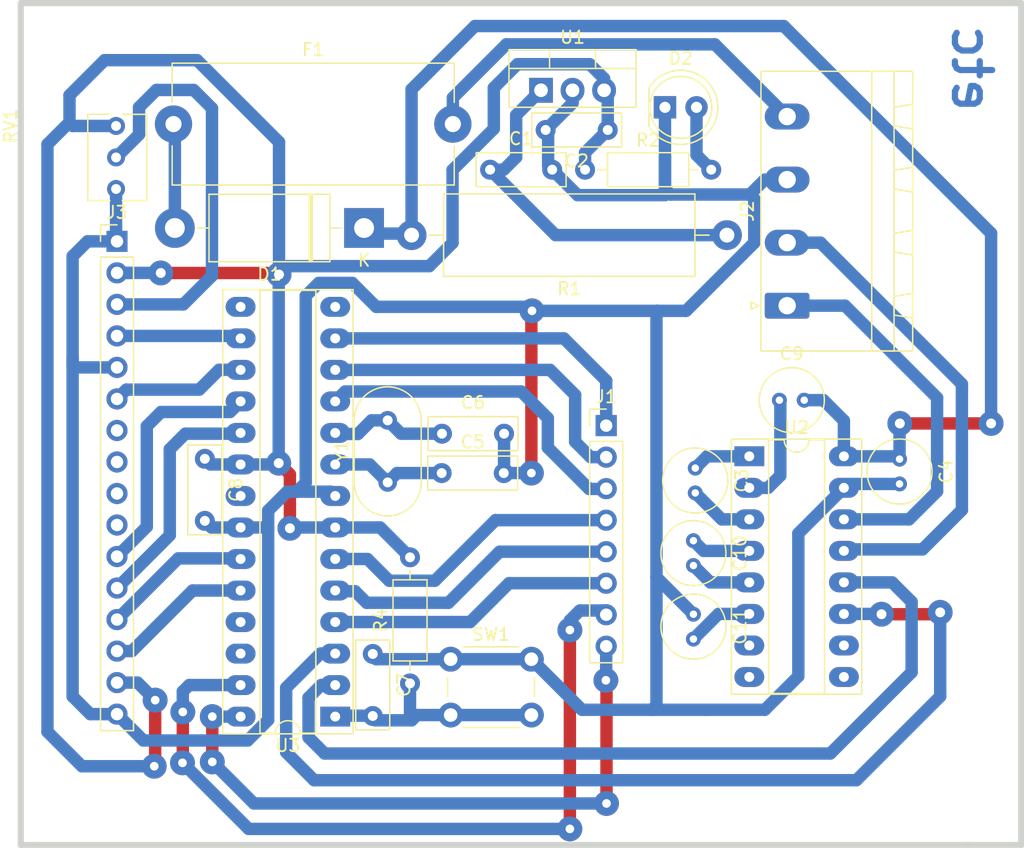
<source format=kicad_pcb>
(kicad_pcb (version 20171130) (host pcbnew "(5.1.6)-1")

  (general
    (thickness 1.6)
    (drawings 7)
    (tracks 312)
    (zones 0)
    (modules 26)
    (nets 49)
  )

  (page A4)
  (layers
    (0 F.Cu signal)
    (31 B.Cu signal)
    (32 B.Adhes user)
    (33 F.Adhes user)
    (34 B.Paste user)
    (35 F.Paste user)
    (36 B.SilkS user)
    (37 F.SilkS user)
    (38 B.Mask user)
    (39 F.Mask user)
    (40 Dwgs.User user)
    (41 Cmts.User user)
    (42 Eco1.User user)
    (43 Eco2.User user)
    (44 Edge.Cuts user)
    (45 Margin user)
    (46 B.CrtYd user)
    (47 F.CrtYd user)
    (48 B.Fab user)
    (49 F.Fab user)
  )

  (setup
    (last_trace_width 0.25)
    (user_trace_width 0.75)
    (user_trace_width 1)
    (trace_clearance 0.2)
    (zone_clearance 0.508)
    (zone_45_only no)
    (trace_min 0.2)
    (via_size 0.8)
    (via_drill 0.4)
    (via_min_size 0.4)
    (via_min_drill 0.3)
    (user_via 2 0.7)
    (uvia_size 0.3)
    (uvia_drill 0.1)
    (uvias_allowed no)
    (uvia_min_size 0.2)
    (uvia_min_drill 0.1)
    (edge_width 0.05)
    (segment_width 0.2)
    (pcb_text_width 0.3)
    (pcb_text_size 1.5 1.5)
    (mod_edge_width 0.12)
    (mod_text_size 1 1)
    (mod_text_width 0.15)
    (pad_size 1.524 1.524)
    (pad_drill 0.762)
    (pad_to_mask_clearance 0.05)
    (aux_axis_origin 0 0)
    (visible_elements 7FFFFFFF)
    (pcbplotparams
      (layerselection 0x010fc_ffffffff)
      (usegerberextensions false)
      (usegerberattributes true)
      (usegerberadvancedattributes true)
      (creategerberjobfile true)
      (excludeedgelayer true)
      (linewidth 0.100000)
      (plotframeref false)
      (viasonmask false)
      (mode 1)
      (useauxorigin false)
      (hpglpennumber 1)
      (hpglpenspeed 20)
      (hpglpendiameter 15.000000)
      (psnegative false)
      (psa4output false)
      (plotreference true)
      (plotvalue true)
      (plotinvisibletext false)
      (padsonsilk false)
      (subtractmaskfromsilk false)
      (outputformat 1)
      (mirror false)
      (drillshape 1)
      (scaleselection 1)
      (outputdirectory ""))
  )

  (net 0 "")
  (net 1 GND)
  (net 2 "Net-(C1-Pad1)")
  (net 3 /5V)
  (net 4 "Net-(C3-Pad2)")
  (net 5 "Net-(C3-Pad1)")
  (net 6 /12V)
  (net 7 "Net-(C5-Pad1)")
  (net 8 "Net-(C6-Pad1)")
  (net 9 "Net-(C7-Pad2)")
  (net 10 "Net-(C9-Pad1)")
  (net 11 "Net-(C10-Pad1)")
  (net 12 "Net-(C10-Pad2)")
  (net 13 "Net-(C11-Pad2)")
  (net 14 "Net-(D1-Pad2)")
  (net 15 "Net-(D2-Pad2)")
  (net 16 /v_ip)
  (net 17 /ROW1)
  (net 18 /ROW2)
  (net 19 /ROW3)
  (net 20 /ROW4)
  (net 21 /COL1)
  (net 22 /COL2)
  (net 23 /COL3)
  (net 24 /COL4)
  (net 25 /TX_T)
  (net 26 /RX_T)
  (net 27 /VO)
  (net 28 /RS)
  (net 29 /E)
  (net 30 "Net-(J3-Pad7)")
  (net 31 "Net-(J3-Pad8)")
  (net 32 "Net-(J3-Pad9)")
  (net 33 "Net-(J3-Pad10)")
  (net 34 /DB4)
  (net 35 /DB5)
  (net 36 /DB6)
  (net 37 /DB7)
  (net 38 "Net-(U2-Pad9)")
  (net 39 "Net-(U2-Pad10)")
  (net 40 /TX)
  (net 41 /RX)
  (net 42 "Net-(U2-Pad7)")
  (net 43 "Net-(U2-Pad8)")
  (net 44 "Net-(U3-Pad15)")
  (net 45 "Net-(U3-Pad21)")
  (net 46 "Net-(U3-Pad14)")
  (net 47 "Net-(U3-Pad25)")
  (net 48 "Net-(U3-Pad26)")

  (net_class Default "This is the default net class."
    (clearance 0.2)
    (trace_width 0.25)
    (via_dia 0.8)
    (via_drill 0.4)
    (uvia_dia 0.3)
    (uvia_drill 0.1)
    (add_net /12V)
    (add_net /5V)
    (add_net /COL1)
    (add_net /COL2)
    (add_net /COL3)
    (add_net /COL4)
    (add_net /DB4)
    (add_net /DB5)
    (add_net /DB6)
    (add_net /DB7)
    (add_net /E)
    (add_net /ROW1)
    (add_net /ROW2)
    (add_net /ROW3)
    (add_net /ROW4)
    (add_net /RS)
    (add_net /RX)
    (add_net /RX_T)
    (add_net /TX)
    (add_net /TX_T)
    (add_net /VO)
    (add_net /v_ip)
    (add_net GND)
    (add_net "Net-(C1-Pad1)")
    (add_net "Net-(C10-Pad1)")
    (add_net "Net-(C10-Pad2)")
    (add_net "Net-(C11-Pad2)")
    (add_net "Net-(C3-Pad1)")
    (add_net "Net-(C3-Pad2)")
    (add_net "Net-(C5-Pad1)")
    (add_net "Net-(C6-Pad1)")
    (add_net "Net-(C7-Pad2)")
    (add_net "Net-(C9-Pad1)")
    (add_net "Net-(D1-Pad2)")
    (add_net "Net-(D2-Pad2)")
    (add_net "Net-(J3-Pad10)")
    (add_net "Net-(J3-Pad7)")
    (add_net "Net-(J3-Pad8)")
    (add_net "Net-(J3-Pad9)")
    (add_net "Net-(U2-Pad10)")
    (add_net "Net-(U2-Pad7)")
    (add_net "Net-(U2-Pad8)")
    (add_net "Net-(U2-Pad9)")
    (add_net "Net-(U3-Pad14)")
    (add_net "Net-(U3-Pad15)")
    (add_net "Net-(U3-Pad21)")
    (add_net "Net-(U3-Pad25)")
    (add_net "Net-(U3-Pad26)")
  )

  (module Package_DIP:DIP-28_W7.62mm_Socket_LongPads (layer F.Cu) (tedit 5A02E8C5) (tstamp 5F343867)
    (at 134.65 119.8 180)
    (descr "28-lead though-hole mounted DIP package, row spacing 7.62 mm (300 mils), Socket, LongPads")
    (tags "THT DIP DIL PDIP 2.54mm 7.62mm 300mil Socket LongPads")
    (path /5F32F860)
    (fp_text reference U3 (at 3.81 -2.33) (layer F.SilkS)
      (effects (font (size 1 1) (thickness 0.15)))
    )
    (fp_text value ATmega328-PU (at 3.81 35.35) (layer F.Fab)
      (effects (font (size 1 1) (thickness 0.15)))
    )
    (fp_line (start 1.635 -1.27) (end 6.985 -1.27) (layer F.Fab) (width 0.1))
    (fp_line (start 6.985 -1.27) (end 6.985 34.29) (layer F.Fab) (width 0.1))
    (fp_line (start 6.985 34.29) (end 0.635 34.29) (layer F.Fab) (width 0.1))
    (fp_line (start 0.635 34.29) (end 0.635 -0.27) (layer F.Fab) (width 0.1))
    (fp_line (start 0.635 -0.27) (end 1.635 -1.27) (layer F.Fab) (width 0.1))
    (fp_line (start -1.27 -1.33) (end -1.27 34.35) (layer F.Fab) (width 0.1))
    (fp_line (start -1.27 34.35) (end 8.89 34.35) (layer F.Fab) (width 0.1))
    (fp_line (start 8.89 34.35) (end 8.89 -1.33) (layer F.Fab) (width 0.1))
    (fp_line (start 8.89 -1.33) (end -1.27 -1.33) (layer F.Fab) (width 0.1))
    (fp_line (start 2.81 -1.33) (end 1.56 -1.33) (layer F.SilkS) (width 0.12))
    (fp_line (start 1.56 -1.33) (end 1.56 34.35) (layer F.SilkS) (width 0.12))
    (fp_line (start 1.56 34.35) (end 6.06 34.35) (layer F.SilkS) (width 0.12))
    (fp_line (start 6.06 34.35) (end 6.06 -1.33) (layer F.SilkS) (width 0.12))
    (fp_line (start 6.06 -1.33) (end 4.81 -1.33) (layer F.SilkS) (width 0.12))
    (fp_line (start -1.44 -1.39) (end -1.44 34.41) (layer F.SilkS) (width 0.12))
    (fp_line (start -1.44 34.41) (end 9.06 34.41) (layer F.SilkS) (width 0.12))
    (fp_line (start 9.06 34.41) (end 9.06 -1.39) (layer F.SilkS) (width 0.12))
    (fp_line (start 9.06 -1.39) (end -1.44 -1.39) (layer F.SilkS) (width 0.12))
    (fp_line (start -1.55 -1.6) (end -1.55 34.65) (layer F.CrtYd) (width 0.05))
    (fp_line (start -1.55 34.65) (end 9.15 34.65) (layer F.CrtYd) (width 0.05))
    (fp_line (start 9.15 34.65) (end 9.15 -1.6) (layer F.CrtYd) (width 0.05))
    (fp_line (start 9.15 -1.6) (end -1.55 -1.6) (layer F.CrtYd) (width 0.05))
    (fp_text user %R (at 3.81 16.51) (layer F.Fab)
      (effects (font (size 1 1) (thickness 0.15)))
    )
    (fp_arc (start 3.81 -1.33) (end 2.81 -1.33) (angle -180) (layer F.SilkS) (width 0.12))
    (pad 28 thru_hole oval (at 7.62 0 180) (size 2.4 1.6) (drill 0.8) (layers *.Cu *.Mask)
      (net 24 /COL4))
    (pad 14 thru_hole oval (at 0 33.02 180) (size 2.4 1.6) (drill 0.8) (layers *.Cu *.Mask)
      (net 46 "Net-(U3-Pad14)"))
    (pad 27 thru_hole oval (at 7.62 2.54 180) (size 2.4 1.6) (drill 0.8) (layers *.Cu *.Mask)
      (net 23 /COL3))
    (pad 13 thru_hole oval (at 0 30.48 180) (size 2.4 1.6) (drill 0.8) (layers *.Cu *.Mask)
      (net 17 /ROW1))
    (pad 26 thru_hole oval (at 7.62 5.08 180) (size 2.4 1.6) (drill 0.8) (layers *.Cu *.Mask)
      (net 48 "Net-(U3-Pad26)"))
    (pad 12 thru_hole oval (at 0 27.94 180) (size 2.4 1.6) (drill 0.8) (layers *.Cu *.Mask)
      (net 18 /ROW2))
    (pad 25 thru_hole oval (at 7.62 7.62 180) (size 2.4 1.6) (drill 0.8) (layers *.Cu *.Mask)
      (net 47 "Net-(U3-Pad25)"))
    (pad 11 thru_hole oval (at 0 25.4 180) (size 2.4 1.6) (drill 0.8) (layers *.Cu *.Mask)
      (net 19 /ROW3))
    (pad 24 thru_hole oval (at 7.62 10.16 180) (size 2.4 1.6) (drill 0.8) (layers *.Cu *.Mask)
      (net 37 /DB7))
    (pad 10 thru_hole oval (at 0 22.86 180) (size 2.4 1.6) (drill 0.8) (layers *.Cu *.Mask)
      (net 8 "Net-(C6-Pad1)"))
    (pad 23 thru_hole oval (at 7.62 12.7 180) (size 2.4 1.6) (drill 0.8) (layers *.Cu *.Mask)
      (net 36 /DB6))
    (pad 9 thru_hole oval (at 0 20.32 180) (size 2.4 1.6) (drill 0.8) (layers *.Cu *.Mask)
      (net 7 "Net-(C5-Pad1)"))
    (pad 22 thru_hole oval (at 7.62 15.24 180) (size 2.4 1.6) (drill 0.8) (layers *.Cu *.Mask)
      (net 1 GND))
    (pad 8 thru_hole oval (at 0 17.78 180) (size 2.4 1.6) (drill 0.8) (layers *.Cu *.Mask)
      (net 1 GND))
    (pad 21 thru_hole oval (at 7.62 17.78 180) (size 2.4 1.6) (drill 0.8) (layers *.Cu *.Mask)
      (net 45 "Net-(U3-Pad21)"))
    (pad 7 thru_hole oval (at 0 15.24 180) (size 2.4 1.6) (drill 0.8) (layers *.Cu *.Mask)
      (net 3 /5V))
    (pad 20 thru_hole oval (at 7.62 20.32 180) (size 2.4 1.6) (drill 0.8) (layers *.Cu *.Mask)
      (net 3 /5V))
    (pad 6 thru_hole oval (at 0 12.7 180) (size 2.4 1.6) (drill 0.8) (layers *.Cu *.Mask)
      (net 20 /ROW4))
    (pad 19 thru_hole oval (at 7.62 22.86 180) (size 2.4 1.6) (drill 0.8) (layers *.Cu *.Mask)
      (net 35 /DB5))
    (pad 5 thru_hole oval (at 0 10.16 180) (size 2.4 1.6) (drill 0.8) (layers *.Cu *.Mask)
      (net 21 /COL1))
    (pad 18 thru_hole oval (at 7.62 25.4 180) (size 2.4 1.6) (drill 0.8) (layers *.Cu *.Mask)
      (net 34 /DB4))
    (pad 4 thru_hole oval (at 0 7.62 180) (size 2.4 1.6) (drill 0.8) (layers *.Cu *.Mask)
      (net 22 /COL2))
    (pad 17 thru_hole oval (at 7.62 27.94 180) (size 2.4 1.6) (drill 0.8) (layers *.Cu *.Mask)
      (net 29 /E))
    (pad 3 thru_hole oval (at 0 5.08 180) (size 2.4 1.6) (drill 0.8) (layers *.Cu *.Mask)
      (net 40 /TX))
    (pad 16 thru_hole oval (at 7.62 30.48 180) (size 2.4 1.6) (drill 0.8) (layers *.Cu *.Mask)
      (net 28 /RS))
    (pad 2 thru_hole oval (at 0 2.54 180) (size 2.4 1.6) (drill 0.8) (layers *.Cu *.Mask)
      (net 41 /RX))
    (pad 15 thru_hole oval (at 7.62 33.02 180) (size 2.4 1.6) (drill 0.8) (layers *.Cu *.Mask)
      (net 44 "Net-(U3-Pad15)"))
    (pad 1 thru_hole rect (at 0 0 180) (size 2.4 1.6) (drill 0.8) (layers *.Cu *.Mask)
      (net 9 "Net-(C7-Pad2)"))
    (model ${KISYS3DMOD}/Package_DIP.3dshapes/DIP-28_W7.62mm_Socket.wrl
      (at (xyz 0 0 0))
      (scale (xyz 1 1 1))
      (rotate (xyz 0 0 0))
    )
  )

  (module Potentiometer_THT:Potentiometer_Bourns_3266Y_Vertical (layer F.Cu) (tedit 5A3D4994) (tstamp 5F343E90)
    (at 117 72.2 90)
    (descr "Potentiometer, vertical, Bourns 3266Y, https://www.bourns.com/docs/Product-Datasheets/3266.pdf")
    (tags "Potentiometer vertical Bourns 3266Y")
    (path /5F36A80E)
    (fp_text reference RV1 (at 0 -8.5 90) (layer F.SilkS)
      (effects (font (size 1 1) (thickness 0.15)))
    )
    (fp_text value R_POT (at 0 3.5 90) (layer F.Fab)
      (effects (font (size 1 1) (thickness 0.15)))
    )
    (fp_circle (center -0.405 1.07) (end 0.485 1.07) (layer F.Fab) (width 0.1))
    (fp_line (start -5.895 -2.16) (end -5.895 2.34) (layer F.Fab) (width 0.1))
    (fp_line (start -5.895 2.34) (end 0.815 2.34) (layer F.Fab) (width 0.1))
    (fp_line (start 0.815 2.34) (end 0.815 -2.16) (layer F.Fab) (width 0.1))
    (fp_line (start 0.815 -2.16) (end -5.895 -2.16) (layer F.Fab) (width 0.1))
    (fp_line (start -0.405 1.952) (end -0.404 0.189) (layer F.Fab) (width 0.1))
    (fp_line (start -0.405 1.952) (end -0.404 0.189) (layer F.Fab) (width 0.1))
    (fp_line (start -6.015 -2.28) (end 0.935 -2.28) (layer F.SilkS) (width 0.12))
    (fp_line (start -6.015 2.46) (end 0.935 2.46) (layer F.SilkS) (width 0.12))
    (fp_line (start -6.015 -2.28) (end -6.015 -0.494) (layer F.SilkS) (width 0.12))
    (fp_line (start -6.015 0.496) (end -6.015 2.46) (layer F.SilkS) (width 0.12))
    (fp_line (start 0.935 -2.28) (end 0.935 -0.494) (layer F.SilkS) (width 0.12))
    (fp_line (start 0.935 0.496) (end 0.935 2.46) (layer F.SilkS) (width 0.12))
    (fp_line (start -6.15 -2.45) (end -6.15 2.6) (layer F.CrtYd) (width 0.05))
    (fp_line (start -6.15 2.6) (end 1.1 2.6) (layer F.CrtYd) (width 0.05))
    (fp_line (start 1.1 2.6) (end 1.1 -2.45) (layer F.CrtYd) (width 0.05))
    (fp_line (start 1.1 -2.45) (end -6.15 -2.45) (layer F.CrtYd) (width 0.05))
    (fp_text user %R (at 0.75 -2.5 90) (layer F.Fab)
      (effects (font (size 1 1) (thickness 0.15)))
    )
    (pad 3 thru_hole circle (at -5.08 0 90) (size 1.44 1.44) (drill 0.8) (layers *.Cu *.Mask)
      (net 1 GND))
    (pad 2 thru_hole circle (at -2.54 0 90) (size 1.44 1.44) (drill 0.8) (layers *.Cu *.Mask)
      (net 27 /VO))
    (pad 1 thru_hole circle (at 0 0 90) (size 1.44 1.44) (drill 0.8) (layers *.Cu *.Mask)
      (net 3 /5V))
    (model ${KISYS3DMOD}/Potentiometer_THT.3dshapes/Potentiometer_Bourns_3266Y_Vertical.wrl
      (at (xyz 0 0 0))
      (scale (xyz 1 1 1))
      (rotate (xyz 0 0 0))
    )
  )

  (module Capacitor_THT:C_Disc_D7.0mm_W2.5mm_P5.00mm (layer F.Cu) (tedit 5AE50EF0) (tstamp 5F343623)
    (at 147.125 75.725)
    (descr "C, Disc series, Radial, pin pitch=5.00mm, , diameter*width=7*2.5mm^2, Capacitor, http://cdn-reichelt.de/documents/datenblatt/B300/DS_KERKO_TC.pdf")
    (tags "C Disc series Radial pin pitch 5.00mm  diameter 7mm width 2.5mm Capacitor")
    (path /5E6C2CE8)
    (fp_text reference C1 (at 2.5 -2.5) (layer F.SilkS)
      (effects (font (size 1 1) (thickness 0.15)))
    )
    (fp_text value 334 (at 2.5 2.5) (layer F.Fab)
      (effects (font (size 1 1) (thickness 0.15)))
    )
    (fp_line (start 6.25 -1.5) (end -1.25 -1.5) (layer F.CrtYd) (width 0.05))
    (fp_line (start 6.25 1.5) (end 6.25 -1.5) (layer F.CrtYd) (width 0.05))
    (fp_line (start -1.25 1.5) (end 6.25 1.5) (layer F.CrtYd) (width 0.05))
    (fp_line (start -1.25 -1.5) (end -1.25 1.5) (layer F.CrtYd) (width 0.05))
    (fp_line (start 6.12 -1.37) (end 6.12 1.37) (layer F.SilkS) (width 0.12))
    (fp_line (start -1.12 -1.37) (end -1.12 1.37) (layer F.SilkS) (width 0.12))
    (fp_line (start -1.12 1.37) (end 6.12 1.37) (layer F.SilkS) (width 0.12))
    (fp_line (start -1.12 -1.37) (end 6.12 -1.37) (layer F.SilkS) (width 0.12))
    (fp_line (start 6 -1.25) (end -1 -1.25) (layer F.Fab) (width 0.1))
    (fp_line (start 6 1.25) (end 6 -1.25) (layer F.Fab) (width 0.1))
    (fp_line (start -1 1.25) (end 6 1.25) (layer F.Fab) (width 0.1))
    (fp_line (start -1 -1.25) (end -1 1.25) (layer F.Fab) (width 0.1))
    (fp_text user %R (at 2.5 0) (layer F.Fab)
      (effects (font (size 1 1) (thickness 0.15)))
    )
    (pad 2 thru_hole circle (at 5 0) (size 1.6 1.6) (drill 0.8) (layers *.Cu *.Mask)
      (net 1 GND))
    (pad 1 thru_hole circle (at 0 0) (size 1.6 1.6) (drill 0.8) (layers *.Cu *.Mask)
      (net 2 "Net-(C1-Pad1)"))
    (model ${KISYS3DMOD}/Capacitor_THT.3dshapes/C_Disc_D7.0mm_W2.5mm_P5.00mm.wrl
      (at (xyz 0 0 0))
      (scale (xyz 1 1 1))
      (rotate (xyz 0 0 0))
    )
  )

  (module Capacitor_THT:C_Disc_D7.0mm_W2.5mm_P5.00mm (layer F.Cu) (tedit 5AE50EF0) (tstamp 5F343636)
    (at 156.6 72.525 180)
    (descr "C, Disc series, Radial, pin pitch=5.00mm, , diameter*width=7*2.5mm^2, Capacitor, http://cdn-reichelt.de/documents/datenblatt/B300/DS_KERKO_TC.pdf")
    (tags "C Disc series Radial pin pitch 5.00mm  diameter 7mm width 2.5mm Capacitor")
    (path /5F45EEC4)
    (fp_text reference C2 (at 2.5 -2.5) (layer F.SilkS)
      (effects (font (size 1 1) (thickness 0.15)))
    )
    (fp_text value 104 (at 2.5 2.5) (layer F.Fab)
      (effects (font (size 1 1) (thickness 0.15)))
    )
    (fp_line (start -1 -1.25) (end -1 1.25) (layer F.Fab) (width 0.1))
    (fp_line (start -1 1.25) (end 6 1.25) (layer F.Fab) (width 0.1))
    (fp_line (start 6 1.25) (end 6 -1.25) (layer F.Fab) (width 0.1))
    (fp_line (start 6 -1.25) (end -1 -1.25) (layer F.Fab) (width 0.1))
    (fp_line (start -1.12 -1.37) (end 6.12 -1.37) (layer F.SilkS) (width 0.12))
    (fp_line (start -1.12 1.37) (end 6.12 1.37) (layer F.SilkS) (width 0.12))
    (fp_line (start -1.12 -1.37) (end -1.12 1.37) (layer F.SilkS) (width 0.12))
    (fp_line (start 6.12 -1.37) (end 6.12 1.37) (layer F.SilkS) (width 0.12))
    (fp_line (start -1.25 -1.5) (end -1.25 1.5) (layer F.CrtYd) (width 0.05))
    (fp_line (start -1.25 1.5) (end 6.25 1.5) (layer F.CrtYd) (width 0.05))
    (fp_line (start 6.25 1.5) (end 6.25 -1.5) (layer F.CrtYd) (width 0.05))
    (fp_line (start 6.25 -1.5) (end -1.25 -1.5) (layer F.CrtYd) (width 0.05))
    (fp_text user %R (at 3.65 0.125) (layer F.Fab)
      (effects (font (size 1 1) (thickness 0.15)))
    )
    (pad 1 thru_hole circle (at 0 0 180) (size 1.6 1.6) (drill 0.8) (layers *.Cu *.Mask)
      (net 3 /5V))
    (pad 2 thru_hole circle (at 5 0 180) (size 1.6 1.6) (drill 0.8) (layers *.Cu *.Mask)
      (net 1 GND))
    (model ${KISYS3DMOD}/Capacitor_THT.3dshapes/C_Disc_D7.0mm_W2.5mm_P5.00mm.wrl
      (at (xyz 0 0 0))
      (scale (xyz 1 1 1))
      (rotate (xyz 0 0 0))
    )
  )

  (module Capacitor_THT:C_Radial_D5.0mm_H5.0mm_P2.00mm (layer F.Cu) (tedit 5BC5C9B9) (tstamp 5F343640)
    (at 163.65 99.775 270)
    (descr "C, Radial series, Radial, pin pitch=2.00mm, diameter=5mm, height=5mm, Non-Polar Electrolytic Capacitor")
    (tags "C Radial series Radial pin pitch 2.00mm diameter 5mm height 5mm Non-Polar Electrolytic Capacitor")
    (path /5F591285)
    (fp_text reference C3 (at 1 -3.75 90) (layer F.SilkS)
      (effects (font (size 1 1) (thickness 0.15)))
    )
    (fp_text value 1uF (at 1 3.75 90) (layer F.Fab)
      (effects (font (size 1 1) (thickness 0.15)))
    )
    (fp_circle (center 1 0) (end 3.75 0) (layer F.CrtYd) (width 0.05))
    (fp_circle (center 1 0) (end 3.62 0) (layer F.SilkS) (width 0.12))
    (fp_circle (center 1 0) (end 3.5 0) (layer F.Fab) (width 0.1))
    (fp_text user %R (at 1 0 90) (layer F.Fab)
      (effects (font (size 1 1) (thickness 0.15)))
    )
    (pad 2 thru_hole circle (at 2 0 270) (size 1.2 1.2) (drill 0.6) (layers *.Cu *.Mask)
      (net 4 "Net-(C3-Pad2)"))
    (pad 1 thru_hole circle (at 0 0 270) (size 1.2 1.2) (drill 0.6) (layers *.Cu *.Mask)
      (net 5 "Net-(C3-Pad1)"))
    (model ${KISYS3DMOD}/Capacitor_THT.3dshapes/C_Radial_D5.0mm_H5.0mm_P2.00mm.wrl
      (at (xyz 0 0 0))
      (scale (xyz 1 1 1))
      (rotate (xyz 0 0 0))
    )
  )

  (module Capacitor_THT:C_Radial_D5.0mm_H5.0mm_P2.00mm (layer F.Cu) (tedit 5BC5C9B9) (tstamp 5F34364A)
    (at 180.1 99.05 270)
    (descr "C, Radial series, Radial, pin pitch=2.00mm, diameter=5mm, height=5mm, Non-Polar Electrolytic Capacitor")
    (tags "C Radial series Radial pin pitch 2.00mm diameter 5mm height 5mm Non-Polar Electrolytic Capacitor")
    (path /5F58FCB5)
    (fp_text reference C4 (at 1 -3.75 90) (layer F.SilkS)
      (effects (font (size 1 1) (thickness 0.15)))
    )
    (fp_text value 1uF (at 1 3.75 90) (layer F.Fab)
      (effects (font (size 1 1) (thickness 0.15)))
    )
    (fp_circle (center 1 0) (end 3.5 0) (layer F.Fab) (width 0.1))
    (fp_circle (center 1 0) (end 3.62 0) (layer F.SilkS) (width 0.12))
    (fp_circle (center 1 0) (end 3.75 0) (layer F.CrtYd) (width 0.05))
    (fp_text user %R (at 1 0 90) (layer F.Fab)
      (effects (font (size 1 1) (thickness 0.15)))
    )
    (pad 1 thru_hole circle (at 0 0 270) (size 1.2 1.2) (drill 0.6) (layers *.Cu *.Mask)
      (net 6 /12V))
    (pad 2 thru_hole circle (at 2 0 270) (size 1.2 1.2) (drill 0.6) (layers *.Cu *.Mask)
      (net 1 GND))
    (model ${KISYS3DMOD}/Capacitor_THT.3dshapes/C_Radial_D5.0mm_H5.0mm_P2.00mm.wrl
      (at (xyz 0 0 0))
      (scale (xyz 1 1 1))
      (rotate (xyz 0 0 0))
    )
  )

  (module Capacitor_THT:C_Disc_D7.0mm_W2.5mm_P5.00mm (layer F.Cu) (tedit 5AE50EF0) (tstamp 5F34365D)
    (at 143.225 100.175)
    (descr "C, Disc series, Radial, pin pitch=5.00mm, , diameter*width=7*2.5mm^2, Capacitor, http://cdn-reichelt.de/documents/datenblatt/B300/DS_KERKO_TC.pdf")
    (tags "C Disc series Radial pin pitch 5.00mm  diameter 7mm width 2.5mm Capacitor")
    (path /5F0302DD)
    (fp_text reference C5 (at 2.5 -2.5) (layer F.SilkS)
      (effects (font (size 1 1) (thickness 0.15)))
    )
    (fp_text value 22P (at 2.5 2.5) (layer F.Fab)
      (effects (font (size 1 1) (thickness 0.15)))
    )
    (fp_line (start -1 -1.25) (end -1 1.25) (layer F.Fab) (width 0.1))
    (fp_line (start -1 1.25) (end 6 1.25) (layer F.Fab) (width 0.1))
    (fp_line (start 6 1.25) (end 6 -1.25) (layer F.Fab) (width 0.1))
    (fp_line (start 6 -1.25) (end -1 -1.25) (layer F.Fab) (width 0.1))
    (fp_line (start -1.12 -1.37) (end 6.12 -1.37) (layer F.SilkS) (width 0.12))
    (fp_line (start -1.12 1.37) (end 6.12 1.37) (layer F.SilkS) (width 0.12))
    (fp_line (start -1.12 -1.37) (end -1.12 1.37) (layer F.SilkS) (width 0.12))
    (fp_line (start 6.12 -1.37) (end 6.12 1.37) (layer F.SilkS) (width 0.12))
    (fp_line (start -1.25 -1.5) (end -1.25 1.5) (layer F.CrtYd) (width 0.05))
    (fp_line (start -1.25 1.5) (end 6.25 1.5) (layer F.CrtYd) (width 0.05))
    (fp_line (start 6.25 1.5) (end 6.25 -1.5) (layer F.CrtYd) (width 0.05))
    (fp_line (start 6.25 -1.5) (end -1.25 -1.5) (layer F.CrtYd) (width 0.05))
    (fp_text user %R (at 2.5 0) (layer F.Fab)
      (effects (font (size 1 1) (thickness 0.15)))
    )
    (pad 1 thru_hole circle (at 0 0) (size 1.6 1.6) (drill 0.8) (layers *.Cu *.Mask)
      (net 7 "Net-(C5-Pad1)"))
    (pad 2 thru_hole circle (at 5 0) (size 1.6 1.6) (drill 0.8) (layers *.Cu *.Mask)
      (net 1 GND))
    (model ${KISYS3DMOD}/Capacitor_THT.3dshapes/C_Disc_D7.0mm_W2.5mm_P5.00mm.wrl
      (at (xyz 0 0 0))
      (scale (xyz 1 1 1))
      (rotate (xyz 0 0 0))
    )
  )

  (module Capacitor_THT:C_Disc_D7.0mm_W2.5mm_P5.00mm (layer F.Cu) (tedit 5AE50EF0) (tstamp 5F343670)
    (at 143.25 97)
    (descr "C, Disc series, Radial, pin pitch=5.00mm, , diameter*width=7*2.5mm^2, Capacitor, http://cdn-reichelt.de/documents/datenblatt/B300/DS_KERKO_TC.pdf")
    (tags "C Disc series Radial pin pitch 5.00mm  diameter 7mm width 2.5mm Capacitor")
    (path /5F0302D7)
    (fp_text reference C6 (at 2.5 -2.5) (layer F.SilkS)
      (effects (font (size 1 1) (thickness 0.15)))
    )
    (fp_text value 22P (at 2.5 2.5) (layer F.Fab)
      (effects (font (size 1 1) (thickness 0.15)))
    )
    (fp_line (start 6.25 -1.5) (end -1.25 -1.5) (layer F.CrtYd) (width 0.05))
    (fp_line (start 6.25 1.5) (end 6.25 -1.5) (layer F.CrtYd) (width 0.05))
    (fp_line (start -1.25 1.5) (end 6.25 1.5) (layer F.CrtYd) (width 0.05))
    (fp_line (start -1.25 -1.5) (end -1.25 1.5) (layer F.CrtYd) (width 0.05))
    (fp_line (start 6.12 -1.37) (end 6.12 1.37) (layer F.SilkS) (width 0.12))
    (fp_line (start -1.12 -1.37) (end -1.12 1.37) (layer F.SilkS) (width 0.12))
    (fp_line (start -1.12 1.37) (end 6.12 1.37) (layer F.SilkS) (width 0.12))
    (fp_line (start -1.12 -1.37) (end 6.12 -1.37) (layer F.SilkS) (width 0.12))
    (fp_line (start 6 -1.25) (end -1 -1.25) (layer F.Fab) (width 0.1))
    (fp_line (start 6 1.25) (end 6 -1.25) (layer F.Fab) (width 0.1))
    (fp_line (start -1 1.25) (end 6 1.25) (layer F.Fab) (width 0.1))
    (fp_line (start -1 -1.25) (end -1 1.25) (layer F.Fab) (width 0.1))
    (fp_text user %R (at 2.5 0) (layer F.Fab)
      (effects (font (size 1 1) (thickness 0.15)))
    )
    (pad 2 thru_hole circle (at 5 0) (size 1.6 1.6) (drill 0.8) (layers *.Cu *.Mask)
      (net 1 GND))
    (pad 1 thru_hole circle (at 0 0) (size 1.6 1.6) (drill 0.8) (layers *.Cu *.Mask)
      (net 8 "Net-(C6-Pad1)"))
    (model ${KISYS3DMOD}/Capacitor_THT.3dshapes/C_Disc_D7.0mm_W2.5mm_P5.00mm.wrl
      (at (xyz 0 0 0))
      (scale (xyz 1 1 1))
      (rotate (xyz 0 0 0))
    )
  )

  (module Capacitor_THT:C_Disc_D7.0mm_W2.5mm_P5.00mm (layer F.Cu) (tedit 5AE50EF0) (tstamp 5F343683)
    (at 137.675 114.75 270)
    (descr "C, Disc series, Radial, pin pitch=5.00mm, , diameter*width=7*2.5mm^2, Capacitor, http://cdn-reichelt.de/documents/datenblatt/B300/DS_KERKO_TC.pdf")
    (tags "C Disc series Radial pin pitch 5.00mm  diameter 7mm width 2.5mm Capacitor")
    (path /5F03030C)
    (fp_text reference C7 (at 2.5 -2.5 90) (layer F.SilkS)
      (effects (font (size 1 1) (thickness 0.15)))
    )
    (fp_text value 104 (at 2.5 2.5 90) (layer F.Fab)
      (effects (font (size 1 1) (thickness 0.15)))
    )
    (fp_line (start 6.25 -1.5) (end -1.25 -1.5) (layer F.CrtYd) (width 0.05))
    (fp_line (start 6.25 1.5) (end 6.25 -1.5) (layer F.CrtYd) (width 0.05))
    (fp_line (start -1.25 1.5) (end 6.25 1.5) (layer F.CrtYd) (width 0.05))
    (fp_line (start -1.25 -1.5) (end -1.25 1.5) (layer F.CrtYd) (width 0.05))
    (fp_line (start 6.12 -1.37) (end 6.12 1.37) (layer F.SilkS) (width 0.12))
    (fp_line (start -1.12 -1.37) (end -1.12 1.37) (layer F.SilkS) (width 0.12))
    (fp_line (start -1.12 1.37) (end 6.12 1.37) (layer F.SilkS) (width 0.12))
    (fp_line (start -1.12 -1.37) (end 6.12 -1.37) (layer F.SilkS) (width 0.12))
    (fp_line (start 6 -1.25) (end -1 -1.25) (layer F.Fab) (width 0.1))
    (fp_line (start 6 1.25) (end 6 -1.25) (layer F.Fab) (width 0.1))
    (fp_line (start -1 1.25) (end 6 1.25) (layer F.Fab) (width 0.1))
    (fp_line (start -1 -1.25) (end -1 1.25) (layer F.Fab) (width 0.1))
    (fp_text user %R (at 2.5 0 90) (layer F.Fab)
      (effects (font (size 1 1) (thickness 0.15)))
    )
    (pad 2 thru_hole circle (at 5 0 270) (size 1.6 1.6) (drill 0.8) (layers *.Cu *.Mask)
      (net 9 "Net-(C7-Pad2)"))
    (pad 1 thru_hole circle (at 0 0 270) (size 1.6 1.6) (drill 0.8) (layers *.Cu *.Mask)
      (net 1 GND))
    (model ${KISYS3DMOD}/Capacitor_THT.3dshapes/C_Disc_D7.0mm_W2.5mm_P5.00mm.wrl
      (at (xyz 0 0 0))
      (scale (xyz 1 1 1))
      (rotate (xyz 0 0 0))
    )
  )

  (module Capacitor_THT:C_Disc_D7.0mm_W2.5mm_P5.00mm (layer F.Cu) (tedit 5AE50EF0) (tstamp 5F343696)
    (at 124.15 99.025 270)
    (descr "C, Disc series, Radial, pin pitch=5.00mm, , diameter*width=7*2.5mm^2, Capacitor, http://cdn-reichelt.de/documents/datenblatt/B300/DS_KERKO_TC.pdf")
    (tags "C Disc series Radial pin pitch 5.00mm  diameter 7mm width 2.5mm Capacitor")
    (path /5F0302B9)
    (fp_text reference C8 (at 2.5 -2.5 90) (layer F.SilkS)
      (effects (font (size 1 1) (thickness 0.15)))
    )
    (fp_text value 0.1UF (at 2.5 2.5 90) (layer F.Fab)
      (effects (font (size 1 1) (thickness 0.15)))
    )
    (fp_line (start -1 -1.25) (end -1 1.25) (layer F.Fab) (width 0.1))
    (fp_line (start -1 1.25) (end 6 1.25) (layer F.Fab) (width 0.1))
    (fp_line (start 6 1.25) (end 6 -1.25) (layer F.Fab) (width 0.1))
    (fp_line (start 6 -1.25) (end -1 -1.25) (layer F.Fab) (width 0.1))
    (fp_line (start -1.12 -1.37) (end 6.12 -1.37) (layer F.SilkS) (width 0.12))
    (fp_line (start -1.12 1.37) (end 6.12 1.37) (layer F.SilkS) (width 0.12))
    (fp_line (start -1.12 -1.37) (end -1.12 1.37) (layer F.SilkS) (width 0.12))
    (fp_line (start 6.12 -1.37) (end 6.12 1.37) (layer F.SilkS) (width 0.12))
    (fp_line (start -1.25 -1.5) (end -1.25 1.5) (layer F.CrtYd) (width 0.05))
    (fp_line (start -1.25 1.5) (end 6.25 1.5) (layer F.CrtYd) (width 0.05))
    (fp_line (start 6.25 1.5) (end 6.25 -1.5) (layer F.CrtYd) (width 0.05))
    (fp_line (start 6.25 -1.5) (end -1.25 -1.5) (layer F.CrtYd) (width 0.05))
    (fp_text user %R (at 2.5 0 90) (layer F.Fab)
      (effects (font (size 1 1) (thickness 0.15)))
    )
    (pad 1 thru_hole circle (at 0 0 270) (size 1.6 1.6) (drill 0.8) (layers *.Cu *.Mask)
      (net 3 /5V))
    (pad 2 thru_hole circle (at 5 0 270) (size 1.6 1.6) (drill 0.8) (layers *.Cu *.Mask)
      (net 1 GND))
    (model ${KISYS3DMOD}/Capacitor_THT.3dshapes/C_Disc_D7.0mm_W2.5mm_P5.00mm.wrl
      (at (xyz 0 0 0))
      (scale (xyz 1 1 1))
      (rotate (xyz 0 0 0))
    )
  )

  (module Capacitor_THT:C_Radial_D5.0mm_H5.0mm_P2.00mm (layer F.Cu) (tedit 5BC5C9B9) (tstamp 5F3436A0)
    (at 170.425 94.3)
    (descr "C, Radial series, Radial, pin pitch=2.00mm, diameter=5mm, height=5mm, Non-Polar Electrolytic Capacitor")
    (tags "C Radial series Radial pin pitch 2.00mm diameter 5mm height 5mm Non-Polar Electrolytic Capacitor")
    (path /5F5B5924)
    (fp_text reference C9 (at 1 -3.75) (layer F.SilkS)
      (effects (font (size 1 1) (thickness 0.15)))
    )
    (fp_text value 1uF (at 1 3.75) (layer F.Fab)
      (effects (font (size 1 1) (thickness 0.15)))
    )
    (fp_circle (center 1 0) (end 3.75 0) (layer F.CrtYd) (width 0.05))
    (fp_circle (center 1 0) (end 3.62 0) (layer F.SilkS) (width 0.12))
    (fp_circle (center 1 0) (end 3.5 0) (layer F.Fab) (width 0.1))
    (fp_text user %R (at 1 0) (layer F.Fab)
      (effects (font (size 1 1) (thickness 0.15)))
    )
    (pad 2 thru_hole circle (at 2 0) (size 1.2 1.2) (drill 0.6) (layers *.Cu *.Mask)
      (net 6 /12V))
    (pad 1 thru_hole circle (at 0 0) (size 1.2 1.2) (drill 0.6) (layers *.Cu *.Mask)
      (net 10 "Net-(C9-Pad1)"))
    (model ${KISYS3DMOD}/Capacitor_THT.3dshapes/C_Radial_D5.0mm_H5.0mm_P2.00mm.wrl
      (at (xyz 0 0 0))
      (scale (xyz 1 1 1))
      (rotate (xyz 0 0 0))
    )
  )

  (module Capacitor_THT:C_Radial_D5.0mm_H5.0mm_P2.00mm (layer F.Cu) (tedit 5BC5C9B9) (tstamp 5F3436AA)
    (at 163.5 105.625 270)
    (descr "C, Radial series, Radial, pin pitch=2.00mm, diameter=5mm, height=5mm, Non-Polar Electrolytic Capacitor")
    (tags "C Radial series Radial pin pitch 2.00mm diameter 5mm height 5mm Non-Polar Electrolytic Capacitor")
    (path /5F59774E)
    (fp_text reference C10 (at 1 -3.75 90) (layer F.SilkS)
      (effects (font (size 1 1) (thickness 0.15)))
    )
    (fp_text value 1uF (at 1 3.75 90) (layer F.Fab)
      (effects (font (size 1 1) (thickness 0.15)))
    )
    (fp_circle (center 1 0) (end 3.5 0) (layer F.Fab) (width 0.1))
    (fp_circle (center 1 0) (end 3.62 0) (layer F.SilkS) (width 0.12))
    (fp_circle (center 1 0) (end 3.75 0) (layer F.CrtYd) (width 0.05))
    (fp_text user %R (at 1 0 90) (layer F.Fab)
      (effects (font (size 1 1) (thickness 0.15)))
    )
    (pad 1 thru_hole circle (at 0 0 270) (size 1.2 1.2) (drill 0.6) (layers *.Cu *.Mask)
      (net 11 "Net-(C10-Pad1)"))
    (pad 2 thru_hole circle (at 2 0 270) (size 1.2 1.2) (drill 0.6) (layers *.Cu *.Mask)
      (net 12 "Net-(C10-Pad2)"))
    (model ${KISYS3DMOD}/Capacitor_THT.3dshapes/C_Radial_D5.0mm_H5.0mm_P2.00mm.wrl
      (at (xyz 0 0 0))
      (scale (xyz 1 1 1))
      (rotate (xyz 0 0 0))
    )
  )

  (module Capacitor_THT:C_Radial_D5.0mm_H5.0mm_P2.00mm (layer F.Cu) (tedit 5BC5C9B9) (tstamp 5F3436B4)
    (at 163.5 111.55 270)
    (descr "C, Radial series, Radial, pin pitch=2.00mm, diameter=5mm, height=5mm, Non-Polar Electrolytic Capacitor")
    (tags "C Radial series Radial pin pitch 2.00mm diameter 5mm height 5mm Non-Polar Electrolytic Capacitor")
    (path /5F5B8774)
    (fp_text reference C11 (at 1 -3.75 90) (layer F.SilkS)
      (effects (font (size 1 1) (thickness 0.15)))
    )
    (fp_text value 1uF (at 1 3.75 90) (layer F.Fab)
      (effects (font (size 1 1) (thickness 0.15)))
    )
    (fp_circle (center 1 0) (end 3.5 0) (layer F.Fab) (width 0.1))
    (fp_circle (center 1 0) (end 3.62 0) (layer F.SilkS) (width 0.12))
    (fp_circle (center 1 0) (end 3.75 0) (layer F.CrtYd) (width 0.05))
    (fp_text user %R (at 1 0 90) (layer F.Fab)
      (effects (font (size 1 1) (thickness 0.15)))
    )
    (pad 1 thru_hole circle (at 0 0 270) (size 1.2 1.2) (drill 0.6) (layers *.Cu *.Mask)
      (net 1 GND))
    (pad 2 thru_hole circle (at 2 0 270) (size 1.2 1.2) (drill 0.6) (layers *.Cu *.Mask)
      (net 13 "Net-(C11-Pad2)"))
    (model ${KISYS3DMOD}/Capacitor_THT.3dshapes/C_Radial_D5.0mm_H5.0mm_P2.00mm.wrl
      (at (xyz 0 0 0))
      (scale (xyz 1 1 1))
      (rotate (xyz 0 0 0))
    )
  )

  (module Diode_THT:D_DO-201AD_P15.24mm_Horizontal (layer F.Cu) (tedit 5AE50CD5) (tstamp 5F3436D3)
    (at 136.975 80.425 180)
    (descr "Diode, DO-201AD series, Axial, Horizontal, pin pitch=15.24mm, , length*diameter=9.5*5.2mm^2, , http://www.diodes.com/_files/packages/DO-201AD.pdf")
    (tags "Diode DO-201AD series Axial Horizontal pin pitch 15.24mm  length 9.5mm diameter 5.2mm")
    (path /5E6BF219)
    (fp_text reference D1 (at 7.62 -3.72) (layer F.SilkS)
      (effects (font (size 1 1) (thickness 0.15)))
    )
    (fp_text value 1N5407 (at 7.62 3.72) (layer F.Fab)
      (effects (font (size 1 1) (thickness 0.15)))
    )
    (fp_line (start 2.87 -2.6) (end 2.87 2.6) (layer F.Fab) (width 0.1))
    (fp_line (start 2.87 2.6) (end 12.37 2.6) (layer F.Fab) (width 0.1))
    (fp_line (start 12.37 2.6) (end 12.37 -2.6) (layer F.Fab) (width 0.1))
    (fp_line (start 12.37 -2.6) (end 2.87 -2.6) (layer F.Fab) (width 0.1))
    (fp_line (start 0 0) (end 2.87 0) (layer F.Fab) (width 0.1))
    (fp_line (start 15.24 0) (end 12.37 0) (layer F.Fab) (width 0.1))
    (fp_line (start 4.295 -2.6) (end 4.295 2.6) (layer F.Fab) (width 0.1))
    (fp_line (start 4.395 -2.6) (end 4.395 2.6) (layer F.Fab) (width 0.1))
    (fp_line (start 4.195 -2.6) (end 4.195 2.6) (layer F.Fab) (width 0.1))
    (fp_line (start 2.75 -2.72) (end 2.75 2.72) (layer F.SilkS) (width 0.12))
    (fp_line (start 2.75 2.72) (end 12.49 2.72) (layer F.SilkS) (width 0.12))
    (fp_line (start 12.49 2.72) (end 12.49 -2.72) (layer F.SilkS) (width 0.12))
    (fp_line (start 12.49 -2.72) (end 2.75 -2.72) (layer F.SilkS) (width 0.12))
    (fp_line (start 1.84 0) (end 2.75 0) (layer F.SilkS) (width 0.12))
    (fp_line (start 13.4 0) (end 12.49 0) (layer F.SilkS) (width 0.12))
    (fp_line (start 4.295 -2.72) (end 4.295 2.72) (layer F.SilkS) (width 0.12))
    (fp_line (start 4.415 -2.72) (end 4.415 2.72) (layer F.SilkS) (width 0.12))
    (fp_line (start 4.175 -2.72) (end 4.175 2.72) (layer F.SilkS) (width 0.12))
    (fp_line (start -1.85 -2.85) (end -1.85 2.85) (layer F.CrtYd) (width 0.05))
    (fp_line (start -1.85 2.85) (end 17.09 2.85) (layer F.CrtYd) (width 0.05))
    (fp_line (start 17.09 2.85) (end 17.09 -2.85) (layer F.CrtYd) (width 0.05))
    (fp_line (start 17.09 -2.85) (end -1.85 -2.85) (layer F.CrtYd) (width 0.05))
    (fp_text user %R (at 8.3325 0) (layer F.Fab)
      (effects (font (size 1 1) (thickness 0.15)))
    )
    (fp_text user K (at 0 -2.6) (layer F.Fab)
      (effects (font (size 1 1) (thickness 0.15)))
    )
    (fp_text user K (at 0 -2.6) (layer F.SilkS)
      (effects (font (size 1 1) (thickness 0.15)))
    )
    (pad 1 thru_hole rect (at 0 0 180) (size 3.2 3.2) (drill 1.6) (layers *.Cu *.Mask)
      (net 6 /12V))
    (pad 2 thru_hole oval (at 15.24 0 180) (size 3.2 3.2) (drill 1.6) (layers *.Cu *.Mask)
      (net 14 "Net-(D1-Pad2)"))
    (model ${KISYS3DMOD}/Diode_THT.3dshapes/D_DO-201AD_P15.24mm_Horizontal.wrl
      (at (xyz 0 0 0))
      (scale (xyz 1 1 1))
      (rotate (xyz 0 0 0))
    )
  )

  (module LED_THT:LED_D5.0mm (layer F.Cu) (tedit 5995936A) (tstamp 5F3436E5)
    (at 161.21 70.7)
    (descr "LED, diameter 5.0mm, 2 pins, http://cdn-reichelt.de/documents/datenblatt/A500/LL-504BC2E-009.pdf")
    (tags "LED diameter 5.0mm 2 pins")
    (path /5F45EEC6)
    (fp_text reference D2 (at 1.27 -3.96) (layer F.SilkS)
      (effects (font (size 1 1) (thickness 0.15)))
    )
    (fp_text value LED (at 1.27 3.96) (layer F.Fab)
      (effects (font (size 1 1) (thickness 0.15)))
    )
    (fp_circle (center 1.27 0) (end 3.77 0) (layer F.Fab) (width 0.1))
    (fp_circle (center 1.27 0) (end 3.77 0) (layer F.SilkS) (width 0.12))
    (fp_line (start -1.23 -1.469694) (end -1.23 1.469694) (layer F.Fab) (width 0.1))
    (fp_line (start -1.29 -1.545) (end -1.29 1.545) (layer F.SilkS) (width 0.12))
    (fp_line (start -1.95 -3.25) (end -1.95 3.25) (layer F.CrtYd) (width 0.05))
    (fp_line (start -1.95 3.25) (end 4.5 3.25) (layer F.CrtYd) (width 0.05))
    (fp_line (start 4.5 3.25) (end 4.5 -3.25) (layer F.CrtYd) (width 0.05))
    (fp_line (start 4.5 -3.25) (end -1.95 -3.25) (layer F.CrtYd) (width 0.05))
    (fp_arc (start 1.27 0) (end -1.23 -1.469694) (angle 299.1) (layer F.Fab) (width 0.1))
    (fp_arc (start 1.27 0) (end -1.29 -1.54483) (angle 148.9) (layer F.SilkS) (width 0.12))
    (fp_arc (start 1.27 0) (end -1.29 1.54483) (angle -148.9) (layer F.SilkS) (width 0.12))
    (fp_text user %R (at 1.25 0) (layer F.Fab)
      (effects (font (size 0.8 0.8) (thickness 0.2)))
    )
    (pad 1 thru_hole rect (at 0 0) (size 1.8 1.8) (drill 0.9) (layers *.Cu *.Mask)
      (net 1 GND))
    (pad 2 thru_hole circle (at 2.54 0) (size 1.8 1.8) (drill 0.9) (layers *.Cu *.Mask)
      (net 15 "Net-(D2-Pad2)"))
    (model ${KISYS3DMOD}/LED_THT.3dshapes/LED_D5.0mm.wrl
      (at (xyz 0 0 0))
      (scale (xyz 1 1 1))
      (rotate (xyz 0 0 0))
    )
  )

  (module Fuse:Fuseholder_Cylinder-5x20mm_Schurter_0031_8201_Horizontal_Open (layer F.Cu) (tedit 5D717D34) (tstamp 5F3436FB)
    (at 121.625 72.05)
    (descr "Fuseholder horizontal open, 5x20mm, 500V, 16A, Schurter 0031.8201, https://us.schurter.com/bundles/snceschurter/epim/_ProdPool_/newDS/en/typ_OGN.pdf")
    (tags "Fuseholder horizontal open 5x20 Schurter 0031.8201")
    (path /5E6B26C0)
    (fp_text reference F1 (at 11.25 -6) (layer F.SilkS)
      (effects (font (size 1 1) (thickness 0.15)))
    )
    (fp_text value Fuse (at 11.25 6) (layer F.Fab)
      (effects (font (size 1 1) (thickness 0.15)))
    )
    (fp_line (start 0 -4.8) (end 0 4.8) (layer F.Fab) (width 0.1))
    (fp_line (start 0 4.8) (end 22.5 4.8) (layer F.Fab) (width 0.1))
    (fp_line (start 22.5 4.8) (end 22.5 -4.8) (layer F.Fab) (width 0.1))
    (fp_line (start 22.5 -4.8) (end 0 -4.8) (layer F.Fab) (width 0.1))
    (fp_line (start -1.75 5.05) (end -1.75 -5.05) (layer F.CrtYd) (width 0.05))
    (fp_line (start 22.61 4.91) (end 22.61 1.75) (layer F.SilkS) (width 0.12))
    (fp_line (start 22.61 -1.75) (end 22.61 -4.91) (layer F.SilkS) (width 0.12))
    (fp_line (start -0.11 -1.75) (end -0.11 -4.91) (layer F.SilkS) (width 0.12))
    (fp_line (start -0.11 -4.91) (end 22.61 -4.91) (layer F.SilkS) (width 0.12))
    (fp_line (start 24.25 5.05) (end -1.75 5.05) (layer F.CrtYd) (width 0.05))
    (fp_line (start -1.75 -5.05) (end 24.25 -5.05) (layer F.CrtYd) (width 0.05))
    (fp_line (start -0.11 4.91) (end 22.61 4.91) (layer F.SilkS) (width 0.12))
    (fp_line (start 24.25 -5.05) (end 24.25 5.05) (layer F.CrtYd) (width 0.05))
    (fp_line (start -0.11 4.91) (end -0.11 1.75) (layer F.SilkS) (width 0.12))
    (fp_text user %R (at 11.25 4) (layer F.Fab)
      (effects (font (size 1 1) (thickness 0.15)))
    )
    (pad 1 thru_hole circle (at 0 0) (size 3 3) (drill 1.3) (layers *.Cu *.Mask)
      (net 14 "Net-(D1-Pad2)"))
    (pad 2 thru_hole circle (at 22.5 0) (size 3 3) (drill 1.3) (layers *.Cu *.Mask)
      (net 16 /v_ip))
    (pad "" np_thru_hole circle (at 11.25 0) (size 2.7 2.7) (drill 2.7) (layers *.Cu *.Mask))
    (model ${KISYS3DMOD}/Fuse.3dshapes/Fuseholder_Cylinder-5x20mm_Schurter_0031_8201_Horizontal_Open.wrl
      (at (xyz 0 0 0))
      (scale (xyz 1 1 1))
      (rotate (xyz 0 0 0))
    )
  )

  (module Connector_PinHeader_2.54mm:PinHeader_1x08_P2.54mm_Vertical (layer F.Cu) (tedit 59FED5CC) (tstamp 5F343717)
    (at 156.475 96.35)
    (descr "Through hole straight pin header, 1x08, 2.54mm pitch, single row")
    (tags "Through hole pin header THT 1x08 2.54mm single row")
    (path /5F364284)
    (fp_text reference J1 (at 0 -2.33) (layer F.SilkS)
      (effects (font (size 1 1) (thickness 0.15)))
    )
    (fp_text value Keypad (at 0 20.11) (layer F.Fab)
      (effects (font (size 1 1) (thickness 0.15)))
    )
    (fp_line (start -0.635 -1.27) (end 1.27 -1.27) (layer F.Fab) (width 0.1))
    (fp_line (start 1.27 -1.27) (end 1.27 19.05) (layer F.Fab) (width 0.1))
    (fp_line (start 1.27 19.05) (end -1.27 19.05) (layer F.Fab) (width 0.1))
    (fp_line (start -1.27 19.05) (end -1.27 -0.635) (layer F.Fab) (width 0.1))
    (fp_line (start -1.27 -0.635) (end -0.635 -1.27) (layer F.Fab) (width 0.1))
    (fp_line (start -1.33 19.11) (end 1.33 19.11) (layer F.SilkS) (width 0.12))
    (fp_line (start -1.33 1.27) (end -1.33 19.11) (layer F.SilkS) (width 0.12))
    (fp_line (start 1.33 1.27) (end 1.33 19.11) (layer F.SilkS) (width 0.12))
    (fp_line (start -1.33 1.27) (end 1.33 1.27) (layer F.SilkS) (width 0.12))
    (fp_line (start -1.33 0) (end -1.33 -1.33) (layer F.SilkS) (width 0.12))
    (fp_line (start -1.33 -1.33) (end 0 -1.33) (layer F.SilkS) (width 0.12))
    (fp_line (start -1.8 -1.8) (end -1.8 19.55) (layer F.CrtYd) (width 0.05))
    (fp_line (start -1.8 19.55) (end 1.8 19.55) (layer F.CrtYd) (width 0.05))
    (fp_line (start 1.8 19.55) (end 1.8 -1.8) (layer F.CrtYd) (width 0.05))
    (fp_line (start 1.8 -1.8) (end -1.8 -1.8) (layer F.CrtYd) (width 0.05))
    (fp_text user %R (at 0 8.89 90) (layer F.Fab)
      (effects (font (size 1 1) (thickness 0.15)))
    )
    (pad 1 thru_hole rect (at 0 0) (size 1.7 1.7) (drill 1) (layers *.Cu *.Mask)
      (net 17 /ROW1))
    (pad 2 thru_hole oval (at 0 2.54) (size 1.7 1.7) (drill 1) (layers *.Cu *.Mask)
      (net 18 /ROW2))
    (pad 3 thru_hole oval (at 0 5.08) (size 1.7 1.7) (drill 1) (layers *.Cu *.Mask)
      (net 19 /ROW3))
    (pad 4 thru_hole oval (at 0 7.62) (size 1.7 1.7) (drill 1) (layers *.Cu *.Mask)
      (net 20 /ROW4))
    (pad 5 thru_hole oval (at 0 10.16) (size 1.7 1.7) (drill 1) (layers *.Cu *.Mask)
      (net 21 /COL1))
    (pad 6 thru_hole oval (at 0 12.7) (size 1.7 1.7) (drill 1) (layers *.Cu *.Mask)
      (net 22 /COL2))
    (pad 7 thru_hole oval (at 0 15.24) (size 1.7 1.7) (drill 1) (layers *.Cu *.Mask)
      (net 23 /COL3))
    (pad 8 thru_hole oval (at 0 17.78) (size 1.7 1.7) (drill 1) (layers *.Cu *.Mask)
      (net 24 /COL4))
    (model ${KISYS3DMOD}/Connector_PinHeader_2.54mm.3dshapes/PinHeader_1x08_P2.54mm_Vertical.wrl
      (at (xyz 0 0 0))
      (scale (xyz 1 1 1))
      (rotate (xyz 0 0 0))
    )
  )

  (module Connector_Phoenix_MSTB:PhoenixContact_MSTBA_2,5_4-G-5,08_1x04_P5.08mm_Horizontal (layer F.Cu) (tedit 5B785047) (tstamp 5F343745)
    (at 171.05 86.685 90)
    (descr "Generic Phoenix Contact connector footprint for: MSTBA_2,5/4-G-5,08; number of pins: 04; pin pitch: 5.08mm; Angled || order number: 1757268 12A || order number: 1923885 16A (HC)")
    (tags "phoenix_contact connector MSTBA_01x04_G_5.08mm")
    (path /5F33A62B)
    (fp_text reference J2 (at 7.62 -3.2 90) (layer F.SilkS)
      (effects (font (size 1 1) (thickness 0.15)))
    )
    (fp_text value TO_USER_INTER (at 7.62 11.2 90) (layer F.Fab)
      (effects (font (size 1 1) (thickness 0.15)))
    )
    (fp_line (start -3.65 -2.11) (end -3.65 10.11) (layer F.SilkS) (width 0.12))
    (fp_line (start -3.65 10.11) (end 18.89 10.11) (layer F.SilkS) (width 0.12))
    (fp_line (start 18.89 10.11) (end 18.89 -2.11) (layer F.SilkS) (width 0.12))
    (fp_line (start 18.89 -2.11) (end -3.65 -2.11) (layer F.SilkS) (width 0.12))
    (fp_line (start -3.54 -2) (end -3.54 10) (layer F.Fab) (width 0.1))
    (fp_line (start -3.54 10) (end 18.78 10) (layer F.Fab) (width 0.1))
    (fp_line (start 18.78 10) (end 18.78 -2) (layer F.Fab) (width 0.1))
    (fp_line (start 18.78 -2) (end -3.54 -2) (layer F.Fab) (width 0.1))
    (fp_line (start -3.65 8.61) (end -3.65 6.81) (layer F.SilkS) (width 0.12))
    (fp_line (start -3.65 6.81) (end 18.89 6.81) (layer F.SilkS) (width 0.12))
    (fp_line (start 18.89 6.81) (end 18.89 8.61) (layer F.SilkS) (width 0.12))
    (fp_line (start 18.89 8.61) (end -3.65 8.61) (layer F.SilkS) (width 0.12))
    (fp_line (start -1 10.11) (end 1 10.11) (layer F.SilkS) (width 0.12))
    (fp_line (start 1 10.11) (end 0.75 8.61) (layer F.SilkS) (width 0.12))
    (fp_line (start 0.75 8.61) (end -0.75 8.61) (layer F.SilkS) (width 0.12))
    (fp_line (start -0.75 8.61) (end -1 10.11) (layer F.SilkS) (width 0.12))
    (fp_line (start 4.08 10.11) (end 6.08 10.11) (layer F.SilkS) (width 0.12))
    (fp_line (start 6.08 10.11) (end 5.83 8.61) (layer F.SilkS) (width 0.12))
    (fp_line (start 5.83 8.61) (end 4.33 8.61) (layer F.SilkS) (width 0.12))
    (fp_line (start 4.33 8.61) (end 4.08 10.11) (layer F.SilkS) (width 0.12))
    (fp_line (start 9.16 10.11) (end 11.16 10.11) (layer F.SilkS) (width 0.12))
    (fp_line (start 11.16 10.11) (end 10.91 8.61) (layer F.SilkS) (width 0.12))
    (fp_line (start 10.91 8.61) (end 9.41 8.61) (layer F.SilkS) (width 0.12))
    (fp_line (start 9.41 8.61) (end 9.16 10.11) (layer F.SilkS) (width 0.12))
    (fp_line (start 14.24 10.11) (end 16.24 10.11) (layer F.SilkS) (width 0.12))
    (fp_line (start 16.24 10.11) (end 15.99 8.61) (layer F.SilkS) (width 0.12))
    (fp_line (start 15.99 8.61) (end 14.49 8.61) (layer F.SilkS) (width 0.12))
    (fp_line (start 14.49 8.61) (end 14.24 10.11) (layer F.SilkS) (width 0.12))
    (fp_line (start -4.04 -2.5) (end -4.04 10.5) (layer F.CrtYd) (width 0.05))
    (fp_line (start -4.04 10.5) (end 19.28 10.5) (layer F.CrtYd) (width 0.05))
    (fp_line (start 19.28 10.5) (end 19.28 -2.5) (layer F.CrtYd) (width 0.05))
    (fp_line (start 19.28 -2.5) (end -4.04 -2.5) (layer F.CrtYd) (width 0.05))
    (fp_line (start 0.3 -2.91) (end 0 -2.31) (layer F.SilkS) (width 0.12))
    (fp_line (start 0 -2.31) (end -0.3 -2.91) (layer F.SilkS) (width 0.12))
    (fp_line (start -0.3 -2.91) (end 0.3 -2.91) (layer F.SilkS) (width 0.12))
    (fp_line (start 0.95 -2) (end 0 -0.5) (layer F.Fab) (width 0.1))
    (fp_line (start 0 -0.5) (end -0.95 -2) (layer F.Fab) (width 0.1))
    (fp_text user %R (at 7.62 -1.3 90) (layer F.Fab)
      (effects (font (size 1 1) (thickness 0.15)))
    )
    (pad 1 thru_hole roundrect (at 0 0 90) (size 2.08 3.6) (drill 1.4) (layers *.Cu *.Mask) (roundrect_rratio 0.120192)
      (net 25 /TX_T))
    (pad 2 thru_hole oval (at 5.08 0 90) (size 2.08 3.6) (drill 1.4) (layers *.Cu *.Mask)
      (net 26 /RX_T))
    (pad 3 thru_hole oval (at 10.16 0 90) (size 2.08 3.6) (drill 1.4) (layers *.Cu *.Mask)
      (net 1 GND))
    (pad 4 thru_hole oval (at 15.24 0 90) (size 2.08 3.6) (drill 1.4) (layers *.Cu *.Mask)
      (net 16 /v_ip))
    (model ${KISYS3DMOD}/Connector_Phoenix_MSTB.3dshapes/PhoenixContact_MSTBA_2,5_4-G-5,08_1x04_P5.08mm_Horizontal.wrl
      (at (xyz 0 0 0))
      (scale (xyz 1 1 1))
      (rotate (xyz 0 0 0))
    )
  )

  (module Connector_PinHeader_2.54mm:PinHeader_1x16_P2.54mm_Vertical (layer F.Cu) (tedit 59FED5CC) (tstamp 5F343769)
    (at 117.075 81.5)
    (descr "Through hole straight pin header, 1x16, 2.54mm pitch, single row")
    (tags "Through hole pin header THT 1x16 2.54mm single row")
    (path /5F361DCA)
    (fp_text reference J3 (at 0 -2.33) (layer F.SilkS)
      (effects (font (size 1 1) (thickness 0.15)))
    )
    (fp_text value "LCD (20*4)" (at 0 40.43) (layer F.Fab)
      (effects (font (size 1 1) (thickness 0.15)))
    )
    (fp_line (start -0.635 -1.27) (end 1.27 -1.27) (layer F.Fab) (width 0.1))
    (fp_line (start 1.27 -1.27) (end 1.27 39.37) (layer F.Fab) (width 0.1))
    (fp_line (start 1.27 39.37) (end -1.27 39.37) (layer F.Fab) (width 0.1))
    (fp_line (start -1.27 39.37) (end -1.27 -0.635) (layer F.Fab) (width 0.1))
    (fp_line (start -1.27 -0.635) (end -0.635 -1.27) (layer F.Fab) (width 0.1))
    (fp_line (start -1.33 39.43) (end 1.33 39.43) (layer F.SilkS) (width 0.12))
    (fp_line (start -1.33 1.27) (end -1.33 39.43) (layer F.SilkS) (width 0.12))
    (fp_line (start 1.33 1.27) (end 1.33 39.43) (layer F.SilkS) (width 0.12))
    (fp_line (start -1.33 1.27) (end 1.33 1.27) (layer F.SilkS) (width 0.12))
    (fp_line (start -1.33 0) (end -1.33 -1.33) (layer F.SilkS) (width 0.12))
    (fp_line (start -1.33 -1.33) (end 0 -1.33) (layer F.SilkS) (width 0.12))
    (fp_line (start -1.8 -1.8) (end -1.8 39.9) (layer F.CrtYd) (width 0.05))
    (fp_line (start -1.8 39.9) (end 1.8 39.9) (layer F.CrtYd) (width 0.05))
    (fp_line (start 1.8 39.9) (end 1.8 -1.8) (layer F.CrtYd) (width 0.05))
    (fp_line (start 1.8 -1.8) (end -1.8 -1.8) (layer F.CrtYd) (width 0.05))
    (fp_text user %R (at 0 19.05 90) (layer F.Fab)
      (effects (font (size 1 1) (thickness 0.15)))
    )
    (pad 1 thru_hole rect (at 0 0) (size 1.7 1.7) (drill 1) (layers *.Cu *.Mask)
      (net 1 GND))
    (pad 2 thru_hole oval (at 0 2.54) (size 1.7 1.7) (drill 1) (layers *.Cu *.Mask)
      (net 3 /5V))
    (pad 3 thru_hole oval (at 0 5.08) (size 1.7 1.7) (drill 1) (layers *.Cu *.Mask)
      (net 27 /VO))
    (pad 4 thru_hole oval (at 0 7.62) (size 1.7 1.7) (drill 1) (layers *.Cu *.Mask)
      (net 28 /RS))
    (pad 5 thru_hole oval (at 0 10.16) (size 1.7 1.7) (drill 1) (layers *.Cu *.Mask)
      (net 1 GND))
    (pad 6 thru_hole oval (at 0 12.7) (size 1.7 1.7) (drill 1) (layers *.Cu *.Mask)
      (net 29 /E))
    (pad 7 thru_hole oval (at 0 15.24) (size 1.7 1.7) (drill 1) (layers *.Cu *.Mask)
      (net 30 "Net-(J3-Pad7)"))
    (pad 8 thru_hole oval (at 0 17.78) (size 1.7 1.7) (drill 1) (layers *.Cu *.Mask)
      (net 31 "Net-(J3-Pad8)"))
    (pad 9 thru_hole oval (at 0 20.32) (size 1.7 1.7) (drill 1) (layers *.Cu *.Mask)
      (net 32 "Net-(J3-Pad9)"))
    (pad 10 thru_hole oval (at 0 22.86) (size 1.7 1.7) (drill 1) (layers *.Cu *.Mask)
      (net 33 "Net-(J3-Pad10)"))
    (pad 11 thru_hole oval (at 0 25.4) (size 1.7 1.7) (drill 1) (layers *.Cu *.Mask)
      (net 34 /DB4))
    (pad 12 thru_hole oval (at 0 27.94) (size 1.7 1.7) (drill 1) (layers *.Cu *.Mask)
      (net 35 /DB5))
    (pad 13 thru_hole oval (at 0 30.48) (size 1.7 1.7) (drill 1) (layers *.Cu *.Mask)
      (net 36 /DB6))
    (pad 14 thru_hole oval (at 0 33.02) (size 1.7 1.7) (drill 1) (layers *.Cu *.Mask)
      (net 37 /DB7))
    (pad 15 thru_hole oval (at 0 35.56) (size 1.7 1.7) (drill 1) (layers *.Cu *.Mask)
      (net 3 /5V))
    (pad 16 thru_hole oval (at 0 38.1) (size 1.7 1.7) (drill 1) (layers *.Cu *.Mask)
      (net 1 GND))
    (model ${KISYS3DMOD}/Connector_PinHeader_2.54mm.3dshapes/PinHeader_1x16_P2.54mm_Vertical.wrl
      (at (xyz 0 0 0))
      (scale (xyz 1 1 1))
      (rotate (xyz 0 0 0))
    )
  )

  (module Resistor_THT:R_Axial_Power_L20.0mm_W6.4mm_P25.40mm (layer F.Cu) (tedit 5AE5139B) (tstamp 5F343780)
    (at 166.2 81 180)
    (descr "Resistor, Axial_Power series, Box, pin pitch=25.4mm, 4W, length*width*height=20*6.4*6.4mm^3, http://cdn-reichelt.de/documents/datenblatt/B400/5WAXIAL_9WAXIAL_11WAXIAL_17WAXIAL%23YAG.pdf")
    (tags "Resistor Axial_Power series Box pin pitch 25.4mm 4W length 20mm width 6.4mm height 6.4mm")
    (path /5E6C1618)
    (fp_text reference R1 (at 12.7 -4.32) (layer F.SilkS)
      (effects (font (size 1 1) (thickness 0.15)))
    )
    (fp_text value 10/2W (at 12.7 4.32) (layer F.Fab)
      (effects (font (size 1 1) (thickness 0.15)))
    )
    (fp_line (start 2.7 -3.2) (end 2.7 3.2) (layer F.Fab) (width 0.1))
    (fp_line (start 2.7 3.2) (end 22.7 3.2) (layer F.Fab) (width 0.1))
    (fp_line (start 22.7 3.2) (end 22.7 -3.2) (layer F.Fab) (width 0.1))
    (fp_line (start 22.7 -3.2) (end 2.7 -3.2) (layer F.Fab) (width 0.1))
    (fp_line (start 0 0) (end 2.7 0) (layer F.Fab) (width 0.1))
    (fp_line (start 25.4 0) (end 22.7 0) (layer F.Fab) (width 0.1))
    (fp_line (start 2.58 -3.32) (end 2.58 3.32) (layer F.SilkS) (width 0.12))
    (fp_line (start 2.58 3.32) (end 22.82 3.32) (layer F.SilkS) (width 0.12))
    (fp_line (start 22.82 3.32) (end 22.82 -3.32) (layer F.SilkS) (width 0.12))
    (fp_line (start 22.82 -3.32) (end 2.58 -3.32) (layer F.SilkS) (width 0.12))
    (fp_line (start 1.44 0) (end 2.58 0) (layer F.SilkS) (width 0.12))
    (fp_line (start 23.96 0) (end 22.82 0) (layer F.SilkS) (width 0.12))
    (fp_line (start -1.45 -3.45) (end -1.45 3.45) (layer F.CrtYd) (width 0.05))
    (fp_line (start -1.45 3.45) (end 26.85 3.45) (layer F.CrtYd) (width 0.05))
    (fp_line (start 26.85 3.45) (end 26.85 -3.45) (layer F.CrtYd) (width 0.05))
    (fp_line (start 26.85 -3.45) (end -1.45 -3.45) (layer F.CrtYd) (width 0.05))
    (fp_text user %R (at 12.7 0) (layer F.Fab)
      (effects (font (size 1 1) (thickness 0.15)))
    )
    (pad 1 thru_hole circle (at 0 0 180) (size 2.4 2.4) (drill 1.2) (layers *.Cu *.Mask)
      (net 2 "Net-(C1-Pad1)"))
    (pad 2 thru_hole oval (at 25.4 0 180) (size 2.4 2.4) (drill 1.2) (layers *.Cu *.Mask)
      (net 6 /12V))
    (model ${KISYS3DMOD}/Resistor_THT.3dshapes/R_Axial_Power_L20.0mm_W6.4mm_P25.40mm.wrl
      (at (xyz 0 0 0))
      (scale (xyz 1 1 1))
      (rotate (xyz 0 0 0))
    )
  )

  (module Resistor_THT:R_Axial_DIN0207_L6.3mm_D2.5mm_P10.16mm_Horizontal (layer F.Cu) (tedit 5AE5139B) (tstamp 5F343797)
    (at 154.775 75.725)
    (descr "Resistor, Axial_DIN0207 series, Axial, Horizontal, pin pitch=10.16mm, 0.25W = 1/4W, length*diameter=6.3*2.5mm^2, http://cdn-reichelt.de/documents/datenblatt/B400/1_4W%23YAG.pdf")
    (tags "Resistor Axial_DIN0207 series Axial Horizontal pin pitch 10.16mm 0.25W = 1/4W length 6.3mm diameter 2.5mm")
    (path /5F45EEC8)
    (fp_text reference R2 (at 5.08 -2.37) (layer F.SilkS)
      (effects (font (size 1 1) (thickness 0.15)))
    )
    (fp_text value 330 (at 5.08 2.37) (layer F.Fab)
      (effects (font (size 1 1) (thickness 0.15)))
    )
    (fp_line (start 1.93 -1.25) (end 1.93 1.25) (layer F.Fab) (width 0.1))
    (fp_line (start 1.93 1.25) (end 8.23 1.25) (layer F.Fab) (width 0.1))
    (fp_line (start 8.23 1.25) (end 8.23 -1.25) (layer F.Fab) (width 0.1))
    (fp_line (start 8.23 -1.25) (end 1.93 -1.25) (layer F.Fab) (width 0.1))
    (fp_line (start 0 0) (end 1.93 0) (layer F.Fab) (width 0.1))
    (fp_line (start 10.16 0) (end 8.23 0) (layer F.Fab) (width 0.1))
    (fp_line (start 1.81 -1.37) (end 1.81 1.37) (layer F.SilkS) (width 0.12))
    (fp_line (start 1.81 1.37) (end 8.35 1.37) (layer F.SilkS) (width 0.12))
    (fp_line (start 8.35 1.37) (end 8.35 -1.37) (layer F.SilkS) (width 0.12))
    (fp_line (start 8.35 -1.37) (end 1.81 -1.37) (layer F.SilkS) (width 0.12))
    (fp_line (start 1.04 0) (end 1.81 0) (layer F.SilkS) (width 0.12))
    (fp_line (start 9.12 0) (end 8.35 0) (layer F.SilkS) (width 0.12))
    (fp_line (start -1.05 -1.5) (end -1.05 1.5) (layer F.CrtYd) (width 0.05))
    (fp_line (start -1.05 1.5) (end 11.21 1.5) (layer F.CrtYd) (width 0.05))
    (fp_line (start 11.21 1.5) (end 11.21 -1.5) (layer F.CrtYd) (width 0.05))
    (fp_line (start 11.21 -1.5) (end -1.05 -1.5) (layer F.CrtYd) (width 0.05))
    (fp_text user %R (at 5.08 0) (layer F.Fab)
      (effects (font (size 1 1) (thickness 0.15)))
    )
    (pad 1 thru_hole circle (at 0 0) (size 1.6 1.6) (drill 0.8) (layers *.Cu *.Mask)
      (net 3 /5V))
    (pad 2 thru_hole oval (at 10.16 0) (size 1.6 1.6) (drill 0.8) (layers *.Cu *.Mask)
      (net 15 "Net-(D2-Pad2)"))
    (model ${KISYS3DMOD}/Resistor_THT.3dshapes/R_Axial_DIN0207_L6.3mm_D2.5mm_P10.16mm_Horizontal.wrl
      (at (xyz 0 0 0))
      (scale (xyz 1 1 1))
      (rotate (xyz 0 0 0))
    )
  )

  (module Resistor_THT:R_Axial_DIN0207_L6.3mm_D2.5mm_P10.16mm_Horizontal (layer F.Cu) (tedit 5AE5139B) (tstamp 5F3437AE)
    (at 140.675 117.125 90)
    (descr "Resistor, Axial_DIN0207 series, Axial, Horizontal, pin pitch=10.16mm, 0.25W = 1/4W, length*diameter=6.3*2.5mm^2, http://cdn-reichelt.de/documents/datenblatt/B400/1_4W%23YAG.pdf")
    (tags "Resistor Axial_DIN0207 series Axial Horizontal pin pitch 10.16mm 0.25W = 1/4W length 6.3mm diameter 2.5mm")
    (path /5F0302FA)
    (fp_text reference R4 (at 5.08 -2.37 90) (layer F.SilkS)
      (effects (font (size 1 1) (thickness 0.15)))
    )
    (fp_text value 10K (at 5.08 2.37 90) (layer F.Fab)
      (effects (font (size 1 1) (thickness 0.15)))
    )
    (fp_line (start 11.21 -1.5) (end -1.05 -1.5) (layer F.CrtYd) (width 0.05))
    (fp_line (start 11.21 1.5) (end 11.21 -1.5) (layer F.CrtYd) (width 0.05))
    (fp_line (start -1.05 1.5) (end 11.21 1.5) (layer F.CrtYd) (width 0.05))
    (fp_line (start -1.05 -1.5) (end -1.05 1.5) (layer F.CrtYd) (width 0.05))
    (fp_line (start 9.12 0) (end 8.35 0) (layer F.SilkS) (width 0.12))
    (fp_line (start 1.04 0) (end 1.81 0) (layer F.SilkS) (width 0.12))
    (fp_line (start 8.35 -1.37) (end 1.81 -1.37) (layer F.SilkS) (width 0.12))
    (fp_line (start 8.35 1.37) (end 8.35 -1.37) (layer F.SilkS) (width 0.12))
    (fp_line (start 1.81 1.37) (end 8.35 1.37) (layer F.SilkS) (width 0.12))
    (fp_line (start 1.81 -1.37) (end 1.81 1.37) (layer F.SilkS) (width 0.12))
    (fp_line (start 10.16 0) (end 8.23 0) (layer F.Fab) (width 0.1))
    (fp_line (start 0 0) (end 1.93 0) (layer F.Fab) (width 0.1))
    (fp_line (start 8.23 -1.25) (end 1.93 -1.25) (layer F.Fab) (width 0.1))
    (fp_line (start 8.23 1.25) (end 8.23 -1.25) (layer F.Fab) (width 0.1))
    (fp_line (start 1.93 1.25) (end 8.23 1.25) (layer F.Fab) (width 0.1))
    (fp_line (start 1.93 -1.25) (end 1.93 1.25) (layer F.Fab) (width 0.1))
    (fp_text user %R (at 5.08 0 90) (layer F.Fab)
      (effects (font (size 1 1) (thickness 0.15)))
    )
    (pad 2 thru_hole oval (at 10.16 0 90) (size 1.6 1.6) (drill 0.8) (layers *.Cu *.Mask)
      (net 3 /5V))
    (pad 1 thru_hole circle (at 0 0 90) (size 1.6 1.6) (drill 0.8) (layers *.Cu *.Mask)
      (net 9 "Net-(C7-Pad2)"))
    (model ${KISYS3DMOD}/Resistor_THT.3dshapes/R_Axial_DIN0207_L6.3mm_D2.5mm_P10.16mm_Horizontal.wrl
      (at (xyz 0 0 0))
      (scale (xyz 1 1 1))
      (rotate (xyz 0 0 0))
    )
  )

  (module Button_Switch_THT:SW_PUSH_6mm_H7.3mm (layer F.Cu) (tedit 5A02FE31) (tstamp 5F3437F1)
    (at 143.95 115.175)
    (descr "tactile push button, 6x6mm e.g. PHAP33xx series, height=7.3mm")
    (tags "tact sw push 6mm")
    (path /5F0302F4)
    (fp_text reference SW1 (at 3.25 -2) (layer F.SilkS)
      (effects (font (size 1 1) (thickness 0.15)))
    )
    (fp_text value SW_Push (at 3.75 6.7) (layer F.Fab)
      (effects (font (size 1 1) (thickness 0.15)))
    )
    (fp_line (start 3.25 -0.75) (end 6.25 -0.75) (layer F.Fab) (width 0.1))
    (fp_line (start 6.25 -0.75) (end 6.25 5.25) (layer F.Fab) (width 0.1))
    (fp_line (start 6.25 5.25) (end 0.25 5.25) (layer F.Fab) (width 0.1))
    (fp_line (start 0.25 5.25) (end 0.25 -0.75) (layer F.Fab) (width 0.1))
    (fp_line (start 0.25 -0.75) (end 3.25 -0.75) (layer F.Fab) (width 0.1))
    (fp_line (start 7.75 6) (end 8 6) (layer F.CrtYd) (width 0.05))
    (fp_line (start 8 6) (end 8 5.75) (layer F.CrtYd) (width 0.05))
    (fp_line (start 7.75 -1.5) (end 8 -1.5) (layer F.CrtYd) (width 0.05))
    (fp_line (start 8 -1.5) (end 8 -1.25) (layer F.CrtYd) (width 0.05))
    (fp_line (start -1.5 -1.25) (end -1.5 -1.5) (layer F.CrtYd) (width 0.05))
    (fp_line (start -1.5 -1.5) (end -1.25 -1.5) (layer F.CrtYd) (width 0.05))
    (fp_line (start -1.5 5.75) (end -1.5 6) (layer F.CrtYd) (width 0.05))
    (fp_line (start -1.5 6) (end -1.25 6) (layer F.CrtYd) (width 0.05))
    (fp_line (start -1.25 -1.5) (end 7.75 -1.5) (layer F.CrtYd) (width 0.05))
    (fp_line (start -1.5 5.75) (end -1.5 -1.25) (layer F.CrtYd) (width 0.05))
    (fp_line (start 7.75 6) (end -1.25 6) (layer F.CrtYd) (width 0.05))
    (fp_line (start 8 -1.25) (end 8 5.75) (layer F.CrtYd) (width 0.05))
    (fp_line (start 1 5.5) (end 5.5 5.5) (layer F.SilkS) (width 0.12))
    (fp_line (start -0.25 1.5) (end -0.25 3) (layer F.SilkS) (width 0.12))
    (fp_line (start 5.5 -1) (end 1 -1) (layer F.SilkS) (width 0.12))
    (fp_line (start 6.75 3) (end 6.75 1.5) (layer F.SilkS) (width 0.12))
    (fp_circle (center 3.25 2.25) (end 1.25 2.5) (layer F.Fab) (width 0.1))
    (fp_text user %R (at 3.25 2.25) (layer F.Fab)
      (effects (font (size 1 1) (thickness 0.15)))
    )
    (pad 2 thru_hole circle (at 0 4.5 90) (size 2 2) (drill 1.1) (layers *.Cu *.Mask)
      (net 9 "Net-(C7-Pad2)"))
    (pad 1 thru_hole circle (at 0 0 90) (size 2 2) (drill 1.1) (layers *.Cu *.Mask)
      (net 1 GND))
    (pad 2 thru_hole circle (at 6.5 4.5 90) (size 2 2) (drill 1.1) (layers *.Cu *.Mask)
      (net 9 "Net-(C7-Pad2)"))
    (pad 1 thru_hole circle (at 6.5 0 90) (size 2 2) (drill 1.1) (layers *.Cu *.Mask)
      (net 1 GND))
    (model ${KISYS3DMOD}/Button_Switch_THT.3dshapes/SW_PUSH_6mm_H7.3mm.wrl
      (at (xyz 0 0 0))
      (scale (xyz 1 1 1))
      (rotate (xyz 0 0 0))
    )
  )

  (module Package_TO_SOT_THT:TO-220-3_Vertical (layer F.Cu) (tedit 5AC8BA0D) (tstamp 5F34380B)
    (at 151.225 69.325)
    (descr "TO-220-3, Vertical, RM 2.54mm, see https://www.vishay.com/docs/66542/to-220-1.pdf")
    (tags "TO-220-3 Vertical RM 2.54mm")
    (path /5F34BA1C)
    (fp_text reference U1 (at 2.54 -4.27) (layer F.SilkS)
      (effects (font (size 1 1) (thickness 0.15)))
    )
    (fp_text value L7805 (at 2.54 2.5) (layer F.Fab)
      (effects (font (size 1 1) (thickness 0.15)))
    )
    (fp_line (start -2.46 -3.15) (end -2.46 1.25) (layer F.Fab) (width 0.1))
    (fp_line (start -2.46 1.25) (end 7.54 1.25) (layer F.Fab) (width 0.1))
    (fp_line (start 7.54 1.25) (end 7.54 -3.15) (layer F.Fab) (width 0.1))
    (fp_line (start 7.54 -3.15) (end -2.46 -3.15) (layer F.Fab) (width 0.1))
    (fp_line (start -2.46 -1.88) (end 7.54 -1.88) (layer F.Fab) (width 0.1))
    (fp_line (start 0.69 -3.15) (end 0.69 -1.88) (layer F.Fab) (width 0.1))
    (fp_line (start 4.39 -3.15) (end 4.39 -1.88) (layer F.Fab) (width 0.1))
    (fp_line (start -2.58 -3.27) (end 7.66 -3.27) (layer F.SilkS) (width 0.12))
    (fp_line (start -2.58 1.371) (end 7.66 1.371) (layer F.SilkS) (width 0.12))
    (fp_line (start -2.58 -3.27) (end -2.58 1.371) (layer F.SilkS) (width 0.12))
    (fp_line (start 7.66 -3.27) (end 7.66 1.371) (layer F.SilkS) (width 0.12))
    (fp_line (start -2.58 -1.76) (end 7.66 -1.76) (layer F.SilkS) (width 0.12))
    (fp_line (start 0.69 -3.27) (end 0.69 -1.76) (layer F.SilkS) (width 0.12))
    (fp_line (start 4.391 -3.27) (end 4.391 -1.76) (layer F.SilkS) (width 0.12))
    (fp_line (start -2.71 -3.4) (end -2.71 1.51) (layer F.CrtYd) (width 0.05))
    (fp_line (start -2.71 1.51) (end 7.79 1.51) (layer F.CrtYd) (width 0.05))
    (fp_line (start 7.79 1.51) (end 7.79 -3.4) (layer F.CrtYd) (width 0.05))
    (fp_line (start 7.79 -3.4) (end -2.71 -3.4) (layer F.CrtYd) (width 0.05))
    (fp_text user %R (at 2.54 -4.27) (layer F.Fab)
      (effects (font (size 1 1) (thickness 0.15)))
    )
    (pad 1 thru_hole rect (at 0 0) (size 1.905 2) (drill 1.1) (layers *.Cu *.Mask)
      (net 2 "Net-(C1-Pad1)"))
    (pad 2 thru_hole oval (at 2.54 0) (size 1.905 2) (drill 1.1) (layers *.Cu *.Mask)
      (net 1 GND))
    (pad 3 thru_hole oval (at 5.08 0) (size 1.905 2) (drill 1.1) (layers *.Cu *.Mask)
      (net 3 /5V))
    (model ${KISYS3DMOD}/Package_TO_SOT_THT.3dshapes/TO-220-3_Vertical.wrl
      (at (xyz 0 0 0))
      (scale (xyz 1 1 1))
      (rotate (xyz 0 0 0))
    )
  )

  (module Package_DIP:DIP-16_W7.62mm_Socket_LongPads (layer F.Cu) (tedit 5A02E8C5) (tstamp 5F343837)
    (at 168 98.825)
    (descr "16-lead though-hole mounted DIP package, row spacing 7.62 mm (300 mils), Socket, LongPads")
    (tags "THT DIP DIL PDIP 2.54mm 7.62mm 300mil Socket LongPads")
    (path /5F333AAA)
    (fp_text reference U2 (at 3.81 -2.33) (layer F.SilkS)
      (effects (font (size 1 1) (thickness 0.15)))
    )
    (fp_text value MAX232 (at 3.81 20.11) (layer F.Fab)
      (effects (font (size 1 1) (thickness 0.15)))
    )
    (fp_line (start 1.635 -1.27) (end 6.985 -1.27) (layer F.Fab) (width 0.1))
    (fp_line (start 6.985 -1.27) (end 6.985 19.05) (layer F.Fab) (width 0.1))
    (fp_line (start 6.985 19.05) (end 0.635 19.05) (layer F.Fab) (width 0.1))
    (fp_line (start 0.635 19.05) (end 0.635 -0.27) (layer F.Fab) (width 0.1))
    (fp_line (start 0.635 -0.27) (end 1.635 -1.27) (layer F.Fab) (width 0.1))
    (fp_line (start -1.27 -1.33) (end -1.27 19.11) (layer F.Fab) (width 0.1))
    (fp_line (start -1.27 19.11) (end 8.89 19.11) (layer F.Fab) (width 0.1))
    (fp_line (start 8.89 19.11) (end 8.89 -1.33) (layer F.Fab) (width 0.1))
    (fp_line (start 8.89 -1.33) (end -1.27 -1.33) (layer F.Fab) (width 0.1))
    (fp_line (start 2.81 -1.33) (end 1.56 -1.33) (layer F.SilkS) (width 0.12))
    (fp_line (start 1.56 -1.33) (end 1.56 19.11) (layer F.SilkS) (width 0.12))
    (fp_line (start 1.56 19.11) (end 6.06 19.11) (layer F.SilkS) (width 0.12))
    (fp_line (start 6.06 19.11) (end 6.06 -1.33) (layer F.SilkS) (width 0.12))
    (fp_line (start 6.06 -1.33) (end 4.81 -1.33) (layer F.SilkS) (width 0.12))
    (fp_line (start -1.44 -1.39) (end -1.44 19.17) (layer F.SilkS) (width 0.12))
    (fp_line (start -1.44 19.17) (end 9.06 19.17) (layer F.SilkS) (width 0.12))
    (fp_line (start 9.06 19.17) (end 9.06 -1.39) (layer F.SilkS) (width 0.12))
    (fp_line (start 9.06 -1.39) (end -1.44 -1.39) (layer F.SilkS) (width 0.12))
    (fp_line (start -1.55 -1.6) (end -1.55 19.4) (layer F.CrtYd) (width 0.05))
    (fp_line (start -1.55 19.4) (end 9.15 19.4) (layer F.CrtYd) (width 0.05))
    (fp_line (start 9.15 19.4) (end 9.15 -1.6) (layer F.CrtYd) (width 0.05))
    (fp_line (start 9.15 -1.6) (end -1.55 -1.6) (layer F.CrtYd) (width 0.05))
    (fp_arc (start 3.81 -1.33) (end 2.81 -1.33) (angle -180) (layer F.SilkS) (width 0.12))
    (fp_text user %R (at 3.81 8.89) (layer F.Fab)
      (effects (font (size 1 1) (thickness 0.15)))
    )
    (pad 1 thru_hole rect (at 0 0) (size 2.4 1.6) (drill 0.8) (layers *.Cu *.Mask)
      (net 5 "Net-(C3-Pad1)"))
    (pad 9 thru_hole oval (at 7.62 17.78) (size 2.4 1.6) (drill 0.8) (layers *.Cu *.Mask)
      (net 38 "Net-(U2-Pad9)"))
    (pad 2 thru_hole oval (at 0 2.54) (size 2.4 1.6) (drill 0.8) (layers *.Cu *.Mask)
      (net 10 "Net-(C9-Pad1)"))
    (pad 10 thru_hole oval (at 7.62 15.24) (size 2.4 1.6) (drill 0.8) (layers *.Cu *.Mask)
      (net 39 "Net-(U2-Pad10)"))
    (pad 3 thru_hole oval (at 0 5.08) (size 2.4 1.6) (drill 0.8) (layers *.Cu *.Mask)
      (net 4 "Net-(C3-Pad2)"))
    (pad 11 thru_hole oval (at 7.62 12.7) (size 2.4 1.6) (drill 0.8) (layers *.Cu *.Mask)
      (net 40 /TX))
    (pad 4 thru_hole oval (at 0 7.62) (size 2.4 1.6) (drill 0.8) (layers *.Cu *.Mask)
      (net 11 "Net-(C10-Pad1)"))
    (pad 12 thru_hole oval (at 7.62 10.16) (size 2.4 1.6) (drill 0.8) (layers *.Cu *.Mask)
      (net 41 /RX))
    (pad 5 thru_hole oval (at 0 10.16) (size 2.4 1.6) (drill 0.8) (layers *.Cu *.Mask)
      (net 12 "Net-(C10-Pad2)"))
    (pad 13 thru_hole oval (at 7.62 7.62) (size 2.4 1.6) (drill 0.8) (layers *.Cu *.Mask)
      (net 26 /RX_T))
    (pad 6 thru_hole oval (at 0 12.7) (size 2.4 1.6) (drill 0.8) (layers *.Cu *.Mask)
      (net 13 "Net-(C11-Pad2)"))
    (pad 14 thru_hole oval (at 7.62 5.08) (size 2.4 1.6) (drill 0.8) (layers *.Cu *.Mask)
      (net 25 /TX_T))
    (pad 7 thru_hole oval (at 0 15.24) (size 2.4 1.6) (drill 0.8) (layers *.Cu *.Mask)
      (net 42 "Net-(U2-Pad7)"))
    (pad 15 thru_hole oval (at 7.62 2.54) (size 2.4 1.6) (drill 0.8) (layers *.Cu *.Mask)
      (net 1 GND))
    (pad 8 thru_hole oval (at 0 17.78) (size 2.4 1.6) (drill 0.8) (layers *.Cu *.Mask)
      (net 43 "Net-(U2-Pad8)"))
    (pad 16 thru_hole oval (at 7.62 0) (size 2.4 1.6) (drill 0.8) (layers *.Cu *.Mask)
      (net 6 /12V))
    (model ${KISYS3DMOD}/Package_DIP.3dshapes/DIP-16_W7.62mm_Socket.wrl
      (at (xyz 0 0 0))
      (scale (xyz 1 1 1))
      (rotate (xyz 0 0 0))
    )
  )

  (module Crystal:Resonator-2Pin_W10.0mm_H5.0mm (layer F.Cu) (tedit 5A0FD1B2) (tstamp 5F34387E)
    (at 138.875 100.925 90)
    (descr "Ceramic Resomator/Filter 10.0x5.0 RedFrequency MG/MT/MX series, http://www.red-frequency.com/download/datenblatt/redfrequency-datenblatt-ir-zta.pdf, length*width=10.0x5.0mm^2 package, package length=10.0mm, package width=5.0mm, 2 pins")
    (tags "THT ceramic resonator filter")
    (path /5F0302CB)
    (fp_text reference Y1 (at 2.5 -3.7 90) (layer F.SilkS)
      (effects (font (size 1 1) (thickness 0.15)))
    )
    (fp_text value 16MH (at 2.5 3.7 90) (layer F.Fab)
      (effects (font (size 1 1) (thickness 0.15)))
    )
    (fp_line (start 0 -2.5) (end 5 -2.5) (layer F.Fab) (width 0.1))
    (fp_line (start 0 2.5) (end 5 2.5) (layer F.Fab) (width 0.1))
    (fp_line (start 0 -2.5) (end 5 -2.5) (layer F.Fab) (width 0.1))
    (fp_line (start 0 2.5) (end 5 2.5) (layer F.Fab) (width 0.1))
    (fp_line (start 0 -2.7) (end 5 -2.7) (layer F.SilkS) (width 0.12))
    (fp_line (start 0 2.7) (end 5 2.7) (layer F.SilkS) (width 0.12))
    (fp_line (start -3 -3) (end -3 3) (layer F.CrtYd) (width 0.05))
    (fp_line (start -3 3) (end 8 3) (layer F.CrtYd) (width 0.05))
    (fp_line (start 8 3) (end 8 -3) (layer F.CrtYd) (width 0.05))
    (fp_line (start 8 -3) (end -3 -3) (layer F.CrtYd) (width 0.05))
    (fp_text user %R (at 2.5 0 90) (layer F.Fab)
      (effects (font (size 1 1) (thickness 0.15)))
    )
    (fp_arc (start 0 0) (end 0 -2.5) (angle -180) (layer F.Fab) (width 0.1))
    (fp_arc (start 5 0) (end 5 -2.5) (angle 180) (layer F.Fab) (width 0.1))
    (fp_arc (start 0 0) (end 0 -2.5) (angle -180) (layer F.Fab) (width 0.1))
    (fp_arc (start 5 0) (end 5 -2.5) (angle 180) (layer F.Fab) (width 0.1))
    (fp_arc (start 0 0) (end 0 -2.7) (angle -180) (layer F.SilkS) (width 0.12))
    (fp_arc (start 5 0) (end 5 -2.7) (angle 180) (layer F.SilkS) (width 0.12))
    (pad 1 thru_hole circle (at 0 0 90) (size 1.5 1.5) (drill 0.8) (layers *.Cu *.Mask)
      (net 7 "Net-(C5-Pad1)"))
    (pad 2 thru_hole circle (at 5 0 90) (size 1.5 1.5) (drill 0.8) (layers *.Cu *.Mask)
      (net 8 "Net-(C6-Pad1)"))
    (model ${KISYS3DMOD}/Crystal.3dshapes/Resonator-2Pin_W10.0mm_H5.0mm.wrl
      (at (xyz 0 0 0))
      (scale (xyz 1 1 1))
      (rotate (xyz 0 0 0))
    )
  )

  (gr_text etc (at 185.925 67.55 270) (layer B.Cu)
    (effects (font (size 3 3) (thickness 0.5)) (justify mirror))
  )
  (gr_line (start 110.475 130.15) (end 109.325 130.15) (layer Edge.Cuts) (width 0.5) (tstamp 5F3D8A38))
  (gr_line (start 109.325 62.3) (end 109.325 130.15) (layer Edge.Cuts) (width 0.5))
  (gr_line (start 189.9 62.3) (end 109.325 62.3) (layer Edge.Cuts) (width 0.5))
  (gr_line (start 189.9 130.15) (end 189.9 62.3) (layer Edge.Cuts) (width 0.5))
  (gr_line (start 185.6 130.15) (end 189.9 130.15) (layer Edge.Cuts) (width 0.5))
  (gr_line (start 110.475 130.15) (end 185.6 130.15) (layer Edge.Cuts) (width 0.5))

  (segment (start 153.765 70.36) (end 153.765 69.325) (width 1) (layer B.Cu) (net 1))
  (segment (start 151.6 72.525) (end 153.765 70.36) (width 1) (layer B.Cu) (net 1))
  (segment (start 161.21 70.7) (end 161.21 74.69) (width 1) (layer B.Cu) (net 1))
  (segment (start 150.45 115.175) (end 143.95 115.175) (width 1) (layer B.Cu) (net 1))
  (segment (start 137.95 115.175) (end 137.5 114.725) (width 1) (layer B.Cu) (net 1))
  (segment (start 143.95 115.175) (end 137.95 115.175) (width 1) (layer B.Cu) (net 1))
  (segment (start 124.685 104.56) (end 124.15 104.025) (width 1) (layer B.Cu) (net 1))
  (segment (start 127.03 104.56) (end 124.685 104.56) (width 1) (layer B.Cu) (net 1))
  (segment (start 175.935 101.05) (end 175.62 101.365) (width 1) (layer B.Cu) (net 1))
  (segment (start 180.1 101.05) (end 175.935 101.05) (width 1) (layer B.Cu) (net 1))
  (segment (start 148.25 100.15) (end 148.225 100.175) (width 1) (layer B.Cu) (net 1))
  (segment (start 148.25 97) (end 148.25 100.15) (width 1) (layer B.Cu) (net 1))
  (segment (start 161.21 74.69) (end 161.21 77.775) (width 1) (layer B.Cu) (net 1))
  (segment (start 154.175 77.775) (end 152.125 75.725) (width 1) (layer B.Cu) (net 1))
  (segment (start 161.21 77.775) (end 154.175 77.775) (width 1) (layer B.Cu) (net 1))
  (segment (start 161.65 77.725) (end 161.21 77.285) (width 1) (layer B.Cu) (net 1))
  (segment (start 161.21 77.285) (end 161.21 74.69) (width 1) (layer B.Cu) (net 1))
  (segment (start 168.05 77.725) (end 161.65 77.725) (width 1) (layer B.Cu) (net 1))
  (segment (start 171.05 76.525) (end 169.25 76.525) (width 1) (layer B.Cu) (net 1))
  (segment (start 169.25 76.525) (end 168.05 77.725) (width 1) (layer B.Cu) (net 1))
  (segment (start 127.03 104.56) (end 129.16 104.56) (width 1) (layer B.Cu) (net 1))
  (segment (start 129.16 104.56) (end 129.25 104.65) (width 1) (layer B.Cu) (net 1))
  (segment (start 129.25 103.2) (end 129.25 104.65) (width 1) (layer B.Cu) (net 1))
  (segment (start 130.775 101.675) (end 129.25 103.2) (width 1) (layer B.Cu) (net 1))
  (segment (start 134.65 102.02) (end 134.305 101.675) (width 1) (layer B.Cu) (net 1))
  (segment (start 160.525 108.575) (end 163.5 111.55) (width 1) (layer B.Cu) (net 1))
  (via (at 150.45 100.175) (size 2) (drill 0.7) (layers F.Cu B.Cu) (net 1))
  (segment (start 148.225 100.175) (end 150.45 100.175) (width 1) (layer B.Cu) (net 1))
  (via (at 150.5 87.1) (size 2) (drill 0.7) (layers F.Cu B.Cu) (net 1))
  (segment (start 150.45 100.175) (end 150.45 87.15) (width 1) (layer F.Cu) (net 1))
  (segment (start 150.45 87.15) (end 150.5 87.1) (width 1) (layer F.Cu) (net 1))
  (segment (start 160.525 108.575) (end 160.525 87.15) (width 1) (layer B.Cu) (net 1))
  (segment (start 150.5 87.1) (end 160.575 87.1) (width 1) (layer B.Cu) (net 1))
  (segment (start 160.525 87.15) (end 160.575 87.1) (width 1) (layer B.Cu) (net 1))
  (segment (start 131.55 101.675) (end 130.775 101.675) (width 1) (layer B.Cu) (net 1))
  (segment (start 134.305 101.675) (end 131.55 101.675) (width 1) (layer B.Cu) (net 1))
  (segment (start 150.175 86.775) (end 150.5 87.1) (width 1) (layer B.Cu) (net 1))
  (segment (start 137.95 86.775) (end 150.175 86.775) (width 1) (layer B.Cu) (net 1))
  (segment (start 131.55 101.675) (end 132.275 100.95) (width 1) (layer B.Cu) (net 1))
  (segment (start 132.275 100.95) (end 132.275 85.9) (width 1) (layer B.Cu) (net 1))
  (segment (start 133.325 84.85) (end 136.025 84.85) (width 1) (layer B.Cu) (net 1))
  (segment (start 132.275 85.9) (end 133.325 84.85) (width 1) (layer B.Cu) (net 1))
  (segment (start 136.025 84.85) (end 137.95 86.775) (width 1) (layer B.Cu) (net 1))
  (segment (start 151.8 72.725) (end 151.6 72.525) (width 1) (layer B.Cu) (net 1))
  (segment (start 152.125 75.725) (end 151.8 75.4) (width 1) (layer B.Cu) (net 1))
  (segment (start 151.8 75.4) (end 151.8 72.725) (width 1) (layer B.Cu) (net 1))
  (segment (start 114.925 119.6) (end 117.075 119.6) (width 1) (layer B.Cu) (net 1))
  (segment (start 113.5 118.175) (end 114.925 119.6) (width 1) (layer B.Cu) (net 1))
  (segment (start 113.5 90.825) (end 113.5 118.175) (width 1) (layer B.Cu) (net 1))
  (segment (start 113.51 91.66) (end 117.075 91.66) (width 1) (layer B.Cu) (net 1))
  (segment (start 113.5 91.65) (end 113.51 91.66) (width 1) (layer B.Cu) (net 1))
  (segment (start 113.5 82.7) (end 113.5 91.65) (width 1) (layer B.Cu) (net 1))
  (segment (start 117.075 81.5) (end 114.7 81.5) (width 1) (layer B.Cu) (net 1))
  (segment (start 114.7 81.5) (end 113.5 82.7) (width 1) (layer B.Cu) (net 1))
  (segment (start 127.6 121.725) (end 119.2 121.725) (width 1) (layer B.Cu) (net 1))
  (segment (start 119.2 121.725) (end 117.075 119.6) (width 1) (layer B.Cu) (net 1))
  (segment (start 129.25 104.65) (end 129.25 120.075) (width 1) (layer B.Cu) (net 1))
  (segment (start 129.25 120.075) (end 127.6 121.725) (width 1) (layer B.Cu) (net 1))
  (segment (start 169.25 119.25) (end 171.95 116.55) (width 1) (layer B.Cu) (net 1))
  (segment (start 164.55 119.25) (end 169.25 119.25) (width 1) (layer B.Cu) (net 1))
  (segment (start 171.95 116.55) (end 171.95 105.035) (width 1) (layer B.Cu) (net 1))
  (segment (start 171.95 105.035) (end 175.62 101.365) (width 1) (layer B.Cu) (net 1))
  (segment (start 150.45 115.175) (end 154.525 119.25) (width 1) (layer B.Cu) (net 1))
  (segment (start 160.525 118.875) (end 160.15 119.25) (width 1) (layer B.Cu) (net 1))
  (segment (start 160.525 108.575) (end 160.525 118.875) (width 1) (layer B.Cu) (net 1))
  (segment (start 154.525 119.25) (end 160.15 119.25) (width 1) (layer B.Cu) (net 1))
  (segment (start 160.15 119.25) (end 164.55 119.25) (width 1) (layer B.Cu) (net 1))
  (segment (start 117 81.425) (end 117.075 81.5) (width 1) (layer B.Cu) (net 1))
  (segment (start 117 77.28) (end 117 81.425) (width 1) (layer B.Cu) (net 1))
  (segment (start 168.4 78.075) (end 168.05 77.725) (width 1) (layer B.Cu) (net 1))
  (segment (start 168.4 81.612002) (end 168.4 78.075) (width 1) (layer B.Cu) (net 1))
  (segment (start 160.575 87.1) (end 162.912002 87.1) (width 1) (layer B.Cu) (net 1))
  (segment (start 162.912002 87.1) (end 168.4 81.612002) (width 1) (layer B.Cu) (net 1))
  (segment (start 152.4 81) (end 147.125 75.725) (width 1) (layer B.Cu) (net 2))
  (segment (start 166.2 81) (end 152.4 81) (width 1) (layer B.Cu) (net 2))
  (segment (start 149.225 71.325) (end 151.225 69.325) (width 1) (layer B.Cu) (net 2))
  (segment (start 149.225 74.725) (end 149.225 71.325) (width 1) (layer B.Cu) (net 2))
  (segment (start 147.125 75.725) (end 148.225 75.725) (width 1) (layer B.Cu) (net 2))
  (segment (start 148.225 75.725) (end 149.225 74.725) (width 1) (layer B.Cu) (net 2))
  (segment (start 154.775 74.35) (end 156.6 72.525) (width 1) (layer B.Cu) (net 3))
  (segment (start 154.775 75.725) (end 154.775 74.35) (width 1) (layer B.Cu) (net 3))
  (segment (start 156.6 69.62) (end 156.305 69.325) (width 1) (layer B.Cu) (net 3))
  (segment (start 156.6 72.525) (end 156.6 69.62) (width 1) (layer B.Cu) (net 3))
  (segment (start 124.605 99.48) (end 124.15 99.025) (width 1) (layer B.Cu) (net 3))
  (segment (start 127.03 99.48) (end 124.605 99.48) (width 1) (layer B.Cu) (net 3))
  (via (at 131 104.625002) (size 2) (drill 0.8) (layers F.Cu B.Cu) (net 3))
  (segment (start 134.65 104.56) (end 131.065002 104.56) (width 1) (layer B.Cu) (net 3))
  (segment (start 131.065002 104.56) (end 131 104.625002) (width 1) (layer B.Cu) (net 3))
  (segment (start 118.277081 84.04) (end 117.075 84.04) (width 1) (layer B.Cu) (net 3))
  (via (at 120.6 84.050002) (size 2) (drill 0.8) (layers F.Cu B.Cu) (net 3))
  (segment (start 120.589998 84.04) (end 120.6 84.050002) (width 1) (layer B.Cu) (net 3))
  (segment (start 117.075 84.04) (end 120.589998 84.04) (width 1) (layer B.Cu) (net 3))
  (segment (start 138.27 104.56) (end 138.06 104.56) (width 1) (layer B.Cu) (net 3))
  (segment (start 140.675 106.965) (end 138.27 104.56) (width 1) (layer B.Cu) (net 3))
  (segment (start 138.06 104.56) (end 134.65 104.56) (width 1) (layer B.Cu) (net 3))
  (via (at 130.1 99.375) (size 2) (drill 0.8) (layers F.Cu B.Cu) (net 3))
  (segment (start 129.995 99.48) (end 130.1 99.375) (width 1) (layer B.Cu) (net 3))
  (segment (start 127.03 99.48) (end 129.995 99.48) (width 1) (layer B.Cu) (net 3))
  (segment (start 131 104.625002) (end 131 100.275) (width 1) (layer F.Cu) (net 3))
  (segment (start 131 100.275) (end 130.1 99.375) (width 1) (layer F.Cu) (net 3))
  (via (at 130.125002 84.175) (size 2) (drill 0.8) (layers F.Cu B.Cu) (net 3))
  (segment (start 130.000004 84.050002) (end 130.125002 84.175) (width 1) (layer F.Cu) (net 3))
  (segment (start 120.6 84.050002) (end 130.000004 84.050002) (width 1) (layer F.Cu) (net 3))
  (segment (start 130.1 99.375) (end 130.1 84.200002) (width 1) (layer B.Cu) (net 3))
  (segment (start 130.1 84.200002) (end 130.125002 84.175) (width 1) (layer B.Cu) (net 3))
  (segment (start 130.800002 83.5) (end 130.125002 84.175) (width 1) (layer B.Cu) (net 3))
  (segment (start 144.1 81.625) (end 142.225 83.5) (width 1) (layer B.Cu) (net 3))
  (segment (start 147.425 72.425) (end 144.1 75.75) (width 1) (layer B.Cu) (net 3))
  (segment (start 156.305 68.38) (end 155.15 67.225) (width 1) (layer B.Cu) (net 3))
  (segment (start 155.15 67.225) (end 149.325 67.225) (width 1) (layer B.Cu) (net 3))
  (segment (start 142.225 83.5) (end 130.800002 83.5) (width 1) (layer B.Cu) (net 3))
  (segment (start 149.325 67.225) (end 147.425 69.125) (width 1) (layer B.Cu) (net 3))
  (segment (start 144.1 75.75) (end 144.1 81.625) (width 1) (layer B.Cu) (net 3))
  (segment (start 156.305 69.325) (end 156.305 68.38) (width 1) (layer B.Cu) (net 3))
  (segment (start 147.425 69.125) (end 147.425 72.425) (width 1) (layer B.Cu) (net 3))
  (via (at 120.15 118.475) (size 2) (drill 0.7) (layers F.Cu B.Cu) (net 3))
  (segment (start 117.075 117.06) (end 118.735 117.06) (width 1) (layer B.Cu) (net 3))
  (segment (start 118.735 117.06) (end 120.15 118.475) (width 1) (layer B.Cu) (net 3))
  (via (at 120.075 123.8) (size 2) (drill 0.7) (layers F.Cu B.Cu) (net 3))
  (segment (start 120.15 118.475) (end 120.15 123.725) (width 1) (layer F.Cu) (net 3))
  (segment (start 120.15 123.725) (end 120.075 123.8) (width 1) (layer F.Cu) (net 3))
  (segment (start 114.25 123.8) (end 120.075 123.8) (width 1) (layer B.Cu) (net 3))
  (segment (start 111.475 121.025) (end 114.25 123.8) (width 1) (layer B.Cu) (net 3))
  (segment (start 113 72.15) (end 111.475 73.675) (width 1) (layer B.Cu) (net 3))
  (segment (start 111.475 73.675) (end 111.475 121.025) (width 1) (layer B.Cu) (net 3))
  (segment (start 113.5 72.2) (end 117 72.2) (width 1) (layer B.Cu) (net 3))
  (segment (start 113.25 71.95) (end 113.5 72.2) (width 1) (layer B.Cu) (net 3))
  (segment (start 130.125002 73.500002) (end 123.525 66.9) (width 1) (layer B.Cu) (net 3))
  (segment (start 113.25 69.725) (end 113.25 71.95) (width 1) (layer B.Cu) (net 3))
  (segment (start 130.125002 84.175) (end 130.125002 73.500002) (width 1) (layer B.Cu) (net 3))
  (segment (start 123.525 66.9) (end 116.075 66.9) (width 1) (layer B.Cu) (net 3))
  (segment (start 116.075 66.9) (end 113.25 69.725) (width 1) (layer B.Cu) (net 3))
  (segment (start 165.78 103.905) (end 163.65 101.775) (width 1) (layer B.Cu) (net 4))
  (segment (start 168 103.905) (end 165.78 103.905) (width 1) (layer B.Cu) (net 4))
  (segment (start 164.6 98.825) (end 163.65 99.775) (width 1) (layer B.Cu) (net 5))
  (segment (start 168 98.825) (end 164.6 98.825) (width 1) (layer B.Cu) (net 5))
  (segment (start 179.875 98.825) (end 180.1 99.05) (width 1) (layer B.Cu) (net 6))
  (segment (start 175.62 98.825) (end 179.875 98.825) (width 1) (layer B.Cu) (net 6))
  (segment (start 175.62 95.945) (end 175.62 98.825) (width 1) (layer B.Cu) (net 6))
  (segment (start 172.425 94.3) (end 173.975 94.3) (width 1) (layer B.Cu) (net 6))
  (segment (start 173.975 94.3) (end 175.62 95.945) (width 1) (layer B.Cu) (net 6))
  (segment (start 180.1 99.05) (end 180.1 96.2) (width 1) (layer B.Cu) (net 6))
  (via (at 180.125 96.175) (size 2) (drill 0.8) (layers F.Cu B.Cu) (net 6))
  (segment (start 180.1 96.2) (end 180.125 96.175) (width 1) (layer B.Cu) (net 6))
  (via (at 187.475 96.175) (size 2) (drill 0.8) (layers F.Cu B.Cu) (net 6))
  (segment (start 180.125 96.175) (end 187.475 96.175) (width 1) (layer F.Cu) (net 6))
  (segment (start 187.475 80.85) (end 187.475 96.175) (width 1) (layer B.Cu) (net 6))
  (segment (start 170.775 64.15) (end 187.475 80.85) (width 1) (layer B.Cu) (net 6))
  (segment (start 145.9 64.15) (end 170.775 64.15) (width 1) (layer B.Cu) (net 6))
  (segment (start 140.8 81) (end 140.8 69.25) (width 1) (layer B.Cu) (net 6))
  (segment (start 140.8 69.25) (end 145.9 64.15) (width 1) (layer B.Cu) (net 6))
  (segment (start 136.975 80.425) (end 137.425 80.875) (width 1) (layer B.Cu) (net 6))
  (segment (start 140.675 80.875) (end 140.8 81) (width 1) (layer B.Cu) (net 6))
  (segment (start 137.425 80.875) (end 140.675 80.875) (width 1) (layer B.Cu) (net 6))
  (segment (start 137.43 99.48) (end 138.875 100.925) (width 1) (layer B.Cu) (net 7))
  (segment (start 134.65 99.48) (end 137.43 99.48) (width 1) (layer B.Cu) (net 7))
  (segment (start 139.625 100.175) (end 138.875 100.925) (width 1) (layer B.Cu) (net 7))
  (segment (start 143.225 100.175) (end 139.625 100.175) (width 1) (layer B.Cu) (net 7))
  (segment (start 139.95 97) (end 138.875 95.925) (width 1) (layer B.Cu) (net 8))
  (segment (start 143.25 97) (end 139.95 97) (width 1) (layer B.Cu) (net 8))
  (segment (start 134.735 97.025) (end 134.65 96.94) (width 1) (layer B.Cu) (net 8))
  (segment (start 136.475 97.025) (end 134.735 97.025) (width 1) (layer B.Cu) (net 8))
  (segment (start 138.875 95.925) (end 137.575 95.925) (width 1) (layer B.Cu) (net 8))
  (segment (start 137.575 95.925) (end 136.475 97.025) (width 1) (layer B.Cu) (net 8))
  (segment (start 150.45 119.675) (end 143.95 119.675) (width 1) (layer B.Cu) (net 9))
  (segment (start 141.225 119.675) (end 140.8 120.1) (width 1) (layer B.Cu) (net 9))
  (segment (start 143.95 119.675) (end 141.225 119.675) (width 1) (layer B.Cu) (net 9))
  (segment (start 137.875 120.1) (end 137.5 119.725) (width 1) (layer B.Cu) (net 9))
  (segment (start 140.8 120.1) (end 137.875 120.1) (width 1) (layer B.Cu) (net 9))
  (segment (start 134.725 119.725) (end 134.65 119.8) (width 1) (layer B.Cu) (net 9))
  (segment (start 137.5 119.725) (end 134.725 119.725) (width 1) (layer B.Cu) (net 9))
  (segment (start 140.675 119.975) (end 140.8 120.1) (width 1) (layer B.Cu) (net 9))
  (segment (start 140.675 117.125) (end 140.675 119.975) (width 1) (layer B.Cu) (net 9))
  (segment (start 170.5 100.375) (end 169.51 101.365) (width 1) (layer B.Cu) (net 10))
  (segment (start 170.425 94.3) (end 170.5 94.375) (width 1) (layer B.Cu) (net 10))
  (segment (start 169.51 101.365) (end 168 101.365) (width 1) (layer B.Cu) (net 10))
  (segment (start 170.5 94.375) (end 170.5 100.375) (width 1) (layer B.Cu) (net 10))
  (segment (start 164.32 106.445) (end 163.5 105.625) (width 1) (layer B.Cu) (net 11))
  (segment (start 168 106.445) (end 164.32 106.445) (width 1) (layer B.Cu) (net 11))
  (segment (start 164.86 108.985) (end 163.5 107.625) (width 1) (layer B.Cu) (net 12))
  (segment (start 168 108.985) (end 164.86 108.985) (width 1) (layer B.Cu) (net 12))
  (segment (start 165.525 111.525) (end 163.5 113.55) (width 1) (layer B.Cu) (net 13))
  (segment (start 168 111.525) (end 165.525 111.525) (width 1) (layer B.Cu) (net 13))
  (segment (start 121.735 72.16) (end 121.625 72.05) (width 1) (layer B.Cu) (net 14))
  (segment (start 121.735 80.425) (end 121.735 72.16) (width 1) (layer B.Cu) (net 14))
  (segment (start 163.75 74.54) (end 164.935 75.725) (width 1) (layer B.Cu) (net 15))
  (segment (start 163.75 70.7) (end 163.75 74.54) (width 1) (layer B.Cu) (net 15))
  (segment (start 165.23 65.625) (end 171.05 71.445) (width 1) (layer B.Cu) (net 16))
  (segment (start 148.42868 65.625) (end 165.23 65.625) (width 1) (layer B.Cu) (net 16))
  (segment (start 144.125 72.05) (end 144.125 69.92868) (width 1) (layer B.Cu) (net 16))
  (segment (start 144.125 69.92868) (end 148.42868 65.625) (width 1) (layer B.Cu) (net 16))
  (segment (start 156.475 92.725) (end 156.475 96.35) (width 1) (layer B.Cu) (net 17))
  (segment (start 134.65 89.32) (end 153.07 89.32) (width 1) (layer B.Cu) (net 17))
  (segment (start 153.07 89.32) (end 156.475 92.725) (width 1) (layer B.Cu) (net 17))
  (segment (start 153.975 93.875) (end 151.96 91.86) (width 1) (layer B.Cu) (net 18))
  (segment (start 153.975 97.65) (end 153.975 93.875) (width 1) (layer B.Cu) (net 18))
  (segment (start 156.475 98.89) (end 155.215 98.89) (width 1) (layer B.Cu) (net 18))
  (segment (start 151.96 91.86) (end 134.65 91.86) (width 1) (layer B.Cu) (net 18))
  (segment (start 155.215 98.89) (end 153.975 97.65) (width 1) (layer B.Cu) (net 18))
  (segment (start 156.455 101.45) (end 156.475 101.43) (width 1) (layer B.Cu) (net 19))
  (segment (start 135.449999 93.600001) (end 149.625001 93.600001) (width 1) (layer B.Cu) (net 19))
  (segment (start 155.1 101.45) (end 156.455 101.45) (width 1) (layer B.Cu) (net 19))
  (segment (start 134.65 94.4) (end 135.449999 93.600001) (width 1) (layer B.Cu) (net 19))
  (segment (start 149.625001 93.600001) (end 151.775 95.75) (width 1) (layer B.Cu) (net 19))
  (segment (start 151.775 98.125) (end 155.1 101.45) (width 1) (layer B.Cu) (net 19))
  (segment (start 151.775 95.75) (end 151.775 98.125) (width 1) (layer B.Cu) (net 19))
  (segment (start 142.675 108.85) (end 139 108.85) (width 1) (layer B.Cu) (net 20))
  (segment (start 139 108.85) (end 137.25 107.1) (width 1) (layer B.Cu) (net 20))
  (segment (start 156.475 103.97) (end 147.555 103.97) (width 1) (layer B.Cu) (net 20))
  (segment (start 137.25 107.1) (end 134.65 107.1) (width 1) (layer B.Cu) (net 20))
  (segment (start 147.555 103.97) (end 142.675 108.85) (width 1) (layer B.Cu) (net 20))
  (segment (start 134.71 109.7) (end 134.65 109.64) (width 1) (layer B.Cu) (net 21))
  (segment (start 147.89 106.51) (end 143.775 110.625) (width 1) (layer B.Cu) (net 21))
  (segment (start 136.25 109.7) (end 134.71 109.7) (width 1) (layer B.Cu) (net 21))
  (segment (start 156.475 106.51) (end 147.89 106.51) (width 1) (layer B.Cu) (net 21))
  (segment (start 143.775 110.625) (end 137.175 110.625) (width 1) (layer B.Cu) (net 21))
  (segment (start 137.175 110.625) (end 136.25 109.7) (width 1) (layer B.Cu) (net 21))
  (segment (start 134.65 112.18) (end 145.52 112.18) (width 1) (layer B.Cu) (net 22))
  (segment (start 148.65 109.05) (end 156.475 109.05) (width 1) (layer B.Cu) (net 22))
  (segment (start 145.52 112.18) (end 148.65 109.05) (width 1) (layer B.Cu) (net 22))
  (segment (start 127.03 117.26) (end 122.89 117.26) (width 1) (layer B.Cu) (net 23))
  (segment (start 122.89 117.26) (end 122.375 117.775) (width 1) (layer B.Cu) (net 23))
  (segment (start 122.375 117.775) (end 122.375 119.425) (width 1) (layer B.Cu) (net 23))
  (via (at 122.375 119.425) (size 2) (drill 0.7) (layers F.Cu B.Cu) (net 23))
  (via (at 122.35 123.525) (size 2) (drill 0.7) (layers F.Cu B.Cu) (net 23))
  (segment (start 122.375 119.425) (end 122.375 123.5) (width 1) (layer F.Cu) (net 23))
  (segment (start 122.375 123.5) (end 122.35 123.525) (width 1) (layer F.Cu) (net 23))
  (segment (start 122.35 123.525) (end 127.675 128.85) (width 1) (layer B.Cu) (net 23))
  (segment (start 127.675 128.85) (end 153.55 128.85) (width 1) (layer B.Cu) (net 23))
  (via (at 153.55 128.85) (size 2) (drill 0.7) (layers F.Cu B.Cu) (net 23))
  (via (at 153.55 112.825) (size 2) (drill 0.7) (layers F.Cu B.Cu) (net 23))
  (segment (start 153.55 128.85) (end 153.55 112.825) (width 1) (layer F.Cu) (net 23))
  (segment (start 156.135 111.25) (end 156.475 111.59) (width 1) (layer B.Cu) (net 23))
  (segment (start 154.35 111.25) (end 156.135 111.25) (width 1) (layer B.Cu) (net 23))
  (segment (start 153.55 112.825) (end 153.55 112.05) (width 1) (layer B.Cu) (net 23))
  (segment (start 153.55 112.05) (end 154.35 111.25) (width 1) (layer B.Cu) (net 23))
  (via (at 124.75 119.8) (size 2) (drill 0.7) (layers F.Cu B.Cu) (net 24))
  (segment (start 127.03 119.8) (end 124.75 119.8) (width 1) (layer B.Cu) (net 24))
  (via (at 124.75 123.45) (size 2) (drill 0.7) (layers F.Cu B.Cu) (net 24))
  (segment (start 124.75 119.8) (end 124.75 123.45) (width 1) (layer F.Cu) (net 24))
  (segment (start 124.75 123.45) (end 128.1 126.8) (width 1) (layer B.Cu) (net 24))
  (segment (start 128.1 126.8) (end 156.5 126.8) (width 1) (layer B.Cu) (net 24))
  (via (at 156.5 126.8) (size 2) (drill 0.7) (layers F.Cu B.Cu) (net 24))
  (segment (start 156.5 126.8) (end 156.5 116.925) (width 1) (layer F.Cu) (net 24))
  (segment (start 156.475 116.85) (end 156.45 116.875) (width 1) (layer B.Cu) (net 24))
  (segment (start 156.5 116.925) (end 156.45 116.875) (width 1) (layer F.Cu) (net 24))
  (segment (start 156.475 114.13) (end 156.475 116.85) (width 1) (layer B.Cu) (net 24))
  (via (at 156.45 116.875) (size 2) (drill 0.7) (layers F.Cu B.Cu) (net 24))
  (segment (start 180.87 103.905) (end 175.62 103.905) (width 1) (layer B.Cu) (net 25))
  (segment (start 183.125 101.65) (end 180.87 103.905) (width 1) (layer B.Cu) (net 25))
  (segment (start 183.125 94.1) (end 183.125 101.65) (width 1) (layer B.Cu) (net 25))
  (segment (start 171.05 86.685) (end 175.71 86.685) (width 1) (layer B.Cu) (net 25))
  (segment (start 175.71 86.685) (end 183.125 94.1) (width 1) (layer B.Cu) (net 25))
  (segment (start 175.74 106.325) (end 175.62 106.445) (width 1) (layer B.Cu) (net 26))
  (segment (start 173.73 81.605) (end 185.125 93) (width 1) (layer B.Cu) (net 26))
  (segment (start 171.05 81.605) (end 173.73 81.605) (width 1) (layer B.Cu) (net 26))
  (segment (start 185.125 93) (end 185.125 103.15) (width 1) (layer B.Cu) (net 26))
  (segment (start 185.125 103.15) (end 181.95 106.325) (width 1) (layer B.Cu) (net 26))
  (segment (start 181.95 106.325) (end 175.74 106.325) (width 1) (layer B.Cu) (net 26))
  (segment (start 124.725 84.275) (end 122.42 86.58) (width 1) (layer B.Cu) (net 27))
  (segment (start 124.725 70.775) (end 124.725 84.275) (width 1) (layer B.Cu) (net 27))
  (segment (start 122.42 86.58) (end 117.075 86.58) (width 1) (layer B.Cu) (net 27))
  (segment (start 118.85 72.89) (end 118.85 70.7) (width 1) (layer B.Cu) (net 27))
  (segment (start 117 74.74) (end 118.85 72.89) (width 1) (layer B.Cu) (net 27))
  (segment (start 118.85 70.7) (end 120.25 69.3) (width 1) (layer B.Cu) (net 27))
  (segment (start 120.25 69.3) (end 123.25 69.3) (width 1) (layer B.Cu) (net 27))
  (segment (start 123.25 69.3) (end 124.725 70.775) (width 1) (layer B.Cu) (net 27))
  (segment (start 126.83 89.12) (end 127.03 89.32) (width 1) (layer B.Cu) (net 28))
  (segment (start 117.075 89.12) (end 126.83 89.12) (width 1) (layer B.Cu) (net 28))
  (segment (start 125.3 91.85) (end 127.02 91.85) (width 1) (layer B.Cu) (net 29))
  (segment (start 123.7 93.45) (end 125.3 91.85) (width 1) (layer B.Cu) (net 29))
  (segment (start 127.02 91.85) (end 127.03 91.86) (width 1) (layer B.Cu) (net 29))
  (segment (start 117.075 94.2) (end 117.825 93.45) (width 1) (layer B.Cu) (net 29))
  (segment (start 117.825 93.45) (end 123.7 93.45) (width 1) (layer B.Cu) (net 29))
  (segment (start 120.625 95.25) (end 126.18 95.25) (width 1) (layer B.Cu) (net 34))
  (segment (start 119.475 96.4) (end 120.625 95.25) (width 1) (layer B.Cu) (net 34))
  (segment (start 126.18 95.25) (end 127.03 94.4) (width 1) (layer B.Cu) (net 34))
  (segment (start 117.075 106.9) (end 119.475 104.5) (width 1) (layer B.Cu) (net 34))
  (segment (start 119.475 104.5) (end 119.475 96.4) (width 1) (layer B.Cu) (net 34))
  (segment (start 126.96999 97.00001) (end 127.03 96.94) (width 1) (layer B.Cu) (net 35))
  (segment (start 122.57499 97.00001) (end 126.96999 97.00001) (width 1) (layer B.Cu) (net 35))
  (segment (start 121.325 98.25) (end 122.57499 97.00001) (width 1) (layer B.Cu) (net 35))
  (segment (start 117.075 109.44) (end 121.325 105.19) (width 1) (layer B.Cu) (net 35))
  (segment (start 121.325 105.19) (end 121.325 98.25) (width 1) (layer B.Cu) (net 35))
  (segment (start 117.075 111.98) (end 122.005 107.05) (width 1) (layer B.Cu) (net 36))
  (segment (start 126.98 107.05) (end 127.03 107.1) (width 1) (layer B.Cu) (net 36))
  (segment (start 122.005 107.05) (end 126.98 107.05) (width 1) (layer B.Cu) (net 36))
  (segment (start 117.075 114.52) (end 118.28 114.52) (width 1) (layer B.Cu) (net 37))
  (segment (start 123.16 109.64) (end 127.03 109.64) (width 1) (layer B.Cu) (net 37))
  (segment (start 118.28 114.52) (end 123.16 109.64) (width 1) (layer B.Cu) (net 37))
  (via (at 178.65 111.55) (size 2) (drill 0.8) (layers F.Cu B.Cu) (net 40))
  (segment (start 178.625 111.525) (end 178.65 111.55) (width 1) (layer B.Cu) (net 40))
  (segment (start 175.62 111.525) (end 178.625 111.525) (width 1) (layer B.Cu) (net 40))
  (segment (start 130.7 122.675) (end 132.95 124.925) (width 1) (layer B.Cu) (net 40))
  (segment (start 132.95 124.925) (end 176.625 124.925) (width 1) (layer B.Cu) (net 40))
  (via (at 183.375 111.4) (size 2) (drill 0.8) (layers F.Cu B.Cu) (net 40))
  (segment (start 133.455 114.72) (end 130.7 117.475) (width 1) (layer B.Cu) (net 40))
  (segment (start 134.65 114.72) (end 133.455 114.72) (width 1) (layer B.Cu) (net 40))
  (segment (start 178.65 111.55) (end 183.225 111.55) (width 1) (layer F.Cu) (net 40))
  (segment (start 183.225 111.55) (end 183.375 111.4) (width 1) (layer F.Cu) (net 40))
  (segment (start 183.375 118.175) (end 183.375 111.4) (width 1) (layer B.Cu) (net 40))
  (segment (start 176.625 124.925) (end 183.375 118.175) (width 1) (layer B.Cu) (net 40))
  (segment (start 130.7 117.475) (end 130.7 122.675) (width 1) (layer B.Cu) (net 40))
  (segment (start 181.075 116.225) (end 181.075 110.55) (width 1) (layer B.Cu) (net 41))
  (segment (start 179.51 108.985) (end 175.62 108.985) (width 1) (layer B.Cu) (net 41))
  (segment (start 174.525 122.775) (end 181.075 116.225) (width 1) (layer B.Cu) (net 41))
  (segment (start 181.075 110.55) (end 179.51 108.985) (width 1) (layer B.Cu) (net 41))
  (segment (start 133.51863 117.26) (end 132.5 118.27863) (width 1) (layer B.Cu) (net 41))
  (segment (start 133.8 122.775) (end 174.525 122.775) (width 1) (layer B.Cu) (net 41))
  (segment (start 134.65 117.26) (end 133.51863 117.26) (width 1) (layer B.Cu) (net 41))
  (segment (start 132.5 118.27863) (end 132.5 121.475) (width 1) (layer B.Cu) (net 41))
  (segment (start 132.5 121.475) (end 133.8 122.775) (width 1) (layer B.Cu) (net 41))

)

</source>
